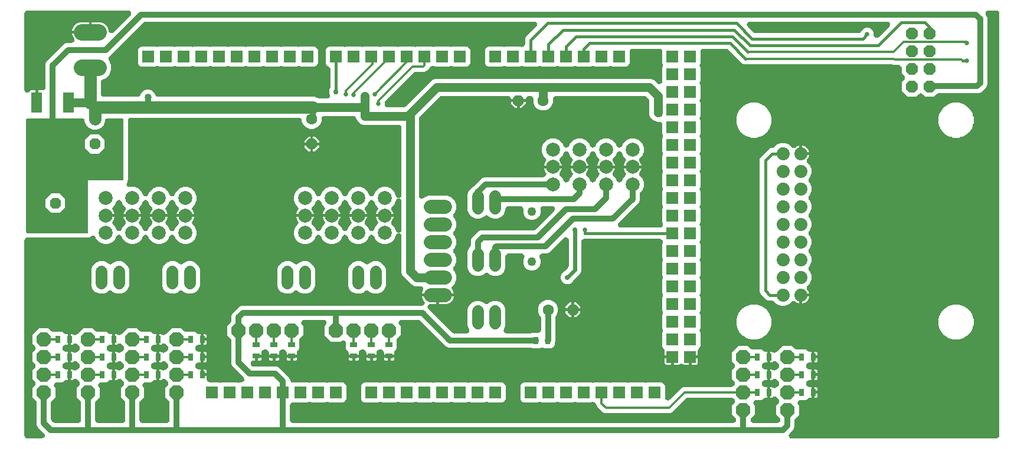
<source format=gbr>
G04 EAGLE Gerber RS-274X export*
G75*
%MOMM*%
%FSLAX34Y34*%
%LPD*%
%INBottom Copper*%
%IPPOS*%
%AMOC8*
5,1,8,0,0,1.08239X$1,22.5*%
G01*
G04 Define Apertures*
%ADD10R,1.700000X1.700000*%
%ADD11C,1.260000*%
%ADD12C,1.727200*%
%ADD13P,1.732040X8X22.500000*%
%ADD14C,1.600200*%
%ADD15C,2.040000*%
%ADD16C,1.878669*%
%ADD17P,1.869504X8X292.500000*%
%ADD18C,2.000000*%
%ADD19P,1.732040X8X292.500000*%
%ADD20P,1.732040X8X202.500000*%
%ADD21P,2.208076X8X202.500000*%
%ADD22R,0.798700X0.973900*%
%ADD23P,2.208076X8X112.500000*%
%ADD24R,0.973900X0.798700*%
%ADD25C,2.374900*%
%ADD26R,5.800000X6.200000*%
%ADD27R,1.600000X3.000000*%
%ADD28P,1.732040X8X112.500000*%
%ADD29C,0.711200*%
%ADD30R,0.812800X0.812800*%
%ADD31C,1.016000*%
%ADD32C,0.812800*%
%ADD33C,1.270000*%
%ADD34C,1.778000*%
%ADD35C,0.756400*%
%ADD36C,0.406400*%
%ADD37C,0.660400*%
%ADD38C,0.304800*%
%ADD39C,0.609600*%
G36*
X30032Y459240D02*
X36576Y459240D01*
X38161Y459562D01*
X39495Y460477D01*
X40367Y461839D01*
X40640Y463304D01*
X40640Y497321D01*
X42187Y501055D01*
X67270Y526138D01*
X71004Y527685D01*
X77944Y527685D01*
X79529Y528007D01*
X80863Y528922D01*
X81735Y530284D01*
X82006Y531879D01*
X81634Y533453D01*
X80818Y534623D01*
X80680Y534760D01*
X78486Y540058D01*
X78486Y540893D01*
X106807Y540893D01*
X106807Y557340D01*
X119517Y557340D01*
X124815Y555145D01*
X128870Y551090D01*
X131064Y545792D01*
X131064Y545769D01*
X131386Y544184D01*
X132301Y542850D01*
X133663Y541978D01*
X135258Y541707D01*
X136832Y542079D01*
X138002Y542895D01*
X162109Y567002D01*
X163002Y568351D01*
X163299Y569941D01*
X162952Y571521D01*
X162016Y572840D01*
X160640Y573690D01*
X159235Y573940D01*
X14224Y573940D01*
X12639Y573618D01*
X11305Y572704D01*
X10433Y571341D01*
X10160Y569876D01*
X10160Y460013D01*
X10482Y458428D01*
X11397Y457093D01*
X12759Y456222D01*
X14354Y455951D01*
X15928Y456323D01*
X17232Y457280D01*
X17655Y457947D01*
X18561Y458853D01*
X19495Y459240D01*
X25968Y459240D01*
X25968Y439668D01*
X30032Y439668D01*
X30032Y459240D01*
G37*
%LPC*%
G36*
X78486Y544957D02*
X78486Y545792D01*
X80680Y551090D01*
X84735Y555145D01*
X90033Y557340D01*
X102743Y557340D01*
X102743Y544957D01*
X78486Y544957D01*
G37*
%LPD*%
G36*
X37095Y-40318D02*
X38429Y-39404D01*
X39301Y-38041D01*
X39572Y-36446D01*
X39200Y-34872D01*
X38384Y-33702D01*
X29487Y-24805D01*
X27940Y-21071D01*
X27940Y10831D01*
X27618Y12416D01*
X26750Y13704D01*
X21804Y18650D01*
X21804Y32150D01*
X24880Y35226D01*
X25774Y36575D01*
X26070Y38165D01*
X25723Y39745D01*
X24880Y40974D01*
X21804Y44050D01*
X21804Y57550D01*
X24880Y60626D01*
X25774Y61975D01*
X26070Y63565D01*
X25723Y65145D01*
X24880Y66374D01*
X21804Y69450D01*
X21804Y82950D01*
X24880Y86026D01*
X25774Y87375D01*
X26070Y88965D01*
X25723Y90545D01*
X24880Y91774D01*
X21804Y94850D01*
X21804Y108350D01*
X31350Y117896D01*
X44850Y117896D01*
X49179Y113567D01*
X50527Y112674D01*
X52117Y112377D01*
X53026Y112566D01*
X63729Y112566D01*
X65970Y111637D01*
X67407Y110200D01*
X68756Y109307D01*
X70281Y109010D01*
X72795Y109010D01*
X72795Y94191D01*
X70281Y94191D01*
X68696Y93869D01*
X67407Y93000D01*
X66181Y91774D01*
X65287Y90425D01*
X64991Y88835D01*
X65338Y87255D01*
X66181Y86026D01*
X67407Y84800D01*
X68756Y83907D01*
X70281Y83610D01*
X72795Y83610D01*
X72795Y68791D01*
X70281Y68791D01*
X68696Y68469D01*
X67407Y67600D01*
X66181Y66374D01*
X65287Y65025D01*
X64991Y63435D01*
X65338Y61855D01*
X66181Y60626D01*
X67407Y59400D01*
X68756Y58507D01*
X70281Y58210D01*
X72795Y58210D01*
X72795Y43391D01*
X70281Y43391D01*
X68696Y43069D01*
X67407Y42200D01*
X65970Y40763D01*
X63729Y39835D01*
X56523Y39835D01*
X54938Y39513D01*
X53604Y38598D01*
X52732Y37236D01*
X52461Y35641D01*
X52833Y34067D01*
X53649Y32897D01*
X54396Y32150D01*
X54396Y18650D01*
X49450Y13704D01*
X48557Y12356D01*
X48260Y10831D01*
X48260Y-13158D01*
X48582Y-14743D01*
X49450Y-16032D01*
X50643Y-17225D01*
X51992Y-18118D01*
X53517Y-18415D01*
X87376Y-18415D01*
X88961Y-18093D01*
X90295Y-17179D01*
X91167Y-15816D01*
X91440Y-14351D01*
X91440Y10831D01*
X91118Y12416D01*
X90250Y13704D01*
X85304Y18650D01*
X85304Y32150D01*
X88380Y35226D01*
X89274Y36575D01*
X89570Y38165D01*
X89223Y39745D01*
X88380Y40974D01*
X85792Y43562D01*
X84443Y44456D01*
X82853Y44752D01*
X81274Y44405D01*
X80508Y43880D01*
X79326Y43391D01*
X76859Y43391D01*
X76859Y58210D01*
X79326Y58210D01*
X80552Y57702D01*
X81393Y57144D01*
X82983Y56848D01*
X84563Y57195D01*
X85792Y58038D01*
X88380Y60626D01*
X89274Y61975D01*
X89570Y63565D01*
X89223Y65145D01*
X88380Y66374D01*
X85792Y68962D01*
X84443Y69856D01*
X82853Y70152D01*
X81274Y69805D01*
X80508Y69280D01*
X79326Y68791D01*
X76859Y68791D01*
X76859Y83610D01*
X79326Y83610D01*
X80552Y83102D01*
X81393Y82544D01*
X82983Y82248D01*
X84563Y82595D01*
X85792Y83438D01*
X88380Y86026D01*
X89274Y87375D01*
X89570Y88965D01*
X89223Y90545D01*
X88380Y91774D01*
X85792Y94362D01*
X84443Y95256D01*
X82853Y95552D01*
X81274Y95205D01*
X80508Y94680D01*
X79326Y94191D01*
X76859Y94191D01*
X76859Y109010D01*
X79326Y109010D01*
X80552Y108502D01*
X81393Y107944D01*
X82983Y107648D01*
X84563Y107995D01*
X85792Y108838D01*
X94850Y117896D01*
X108350Y117896D01*
X112679Y113567D01*
X114027Y112674D01*
X115617Y112377D01*
X116526Y112566D01*
X127229Y112566D01*
X129470Y111637D01*
X130907Y110200D01*
X132256Y109307D01*
X133781Y109010D01*
X136295Y109010D01*
X136295Y94191D01*
X133781Y94191D01*
X132196Y93869D01*
X130907Y93000D01*
X129681Y91774D01*
X128787Y90425D01*
X128491Y88835D01*
X128838Y87255D01*
X129681Y86026D01*
X130907Y84800D01*
X132256Y83907D01*
X133781Y83610D01*
X136295Y83610D01*
X136295Y68791D01*
X133781Y68791D01*
X132196Y68469D01*
X130907Y67600D01*
X129681Y66374D01*
X128787Y65025D01*
X128491Y63435D01*
X128838Y61855D01*
X129681Y60626D01*
X130907Y59400D01*
X132256Y58507D01*
X133781Y58210D01*
X136295Y58210D01*
X136295Y43391D01*
X133781Y43391D01*
X132196Y43069D01*
X130907Y42200D01*
X129470Y40763D01*
X127229Y39835D01*
X120023Y39835D01*
X118438Y39513D01*
X117104Y38598D01*
X116232Y37236D01*
X115961Y35641D01*
X116333Y34067D01*
X117149Y32897D01*
X117896Y32150D01*
X117896Y18650D01*
X112950Y13704D01*
X112057Y12356D01*
X111760Y10831D01*
X111760Y-14351D01*
X112082Y-15936D01*
X112997Y-17270D01*
X114359Y-18142D01*
X115824Y-18415D01*
X150876Y-18415D01*
X152461Y-18093D01*
X153795Y-17179D01*
X154667Y-15816D01*
X154940Y-14351D01*
X154940Y10831D01*
X154618Y12416D01*
X153750Y13704D01*
X148804Y18650D01*
X148804Y32150D01*
X151880Y35226D01*
X152774Y36575D01*
X153070Y38165D01*
X152723Y39745D01*
X151880Y40974D01*
X149292Y43562D01*
X147943Y44456D01*
X146353Y44752D01*
X144774Y44405D01*
X144008Y43880D01*
X142826Y43391D01*
X140359Y43391D01*
X140359Y58210D01*
X142826Y58210D01*
X144052Y57702D01*
X144893Y57144D01*
X146483Y56848D01*
X148063Y57195D01*
X149292Y58038D01*
X151880Y60626D01*
X152774Y61975D01*
X153070Y63565D01*
X152723Y65145D01*
X151880Y66374D01*
X149292Y68962D01*
X147943Y69856D01*
X146353Y70152D01*
X144774Y69805D01*
X144008Y69280D01*
X142826Y68791D01*
X140359Y68791D01*
X140359Y83610D01*
X142826Y83610D01*
X144052Y83102D01*
X144893Y82544D01*
X146483Y82248D01*
X148063Y82595D01*
X149292Y83438D01*
X151880Y86026D01*
X152774Y87375D01*
X153070Y88965D01*
X152723Y90545D01*
X151880Y91774D01*
X149292Y94362D01*
X147943Y95256D01*
X146353Y95552D01*
X144774Y95205D01*
X144008Y94680D01*
X142826Y94191D01*
X140359Y94191D01*
X140359Y109010D01*
X142826Y109010D01*
X144052Y108502D01*
X144893Y107944D01*
X146483Y107648D01*
X148063Y107995D01*
X149292Y108838D01*
X158350Y117896D01*
X171850Y117896D01*
X176179Y113567D01*
X177527Y112674D01*
X179117Y112377D01*
X180026Y112566D01*
X190729Y112566D01*
X192970Y111637D01*
X194407Y110200D01*
X195756Y109307D01*
X197281Y109010D01*
X199795Y109010D01*
X199795Y94191D01*
X197281Y94191D01*
X195696Y93869D01*
X194407Y93000D01*
X193181Y91774D01*
X192287Y90425D01*
X191991Y88835D01*
X192338Y87255D01*
X193181Y86026D01*
X194407Y84800D01*
X195756Y83907D01*
X197281Y83610D01*
X199795Y83610D01*
X199795Y68791D01*
X197281Y68791D01*
X195696Y68469D01*
X194407Y67600D01*
X193181Y66374D01*
X192287Y65025D01*
X191991Y63435D01*
X192338Y61855D01*
X193181Y60626D01*
X194407Y59400D01*
X195756Y58507D01*
X197281Y58210D01*
X199795Y58210D01*
X199795Y43391D01*
X197281Y43391D01*
X195696Y43069D01*
X194407Y42200D01*
X192970Y40763D01*
X190729Y39835D01*
X183523Y39835D01*
X181938Y39513D01*
X180604Y38598D01*
X179732Y37236D01*
X179461Y35641D01*
X179833Y34067D01*
X180649Y32897D01*
X181396Y32150D01*
X181396Y18650D01*
X176450Y13704D01*
X175557Y12356D01*
X175260Y10831D01*
X175260Y-14351D01*
X175582Y-15936D01*
X176497Y-17270D01*
X177859Y-18142D01*
X179324Y-18415D01*
X214376Y-18415D01*
X215961Y-18093D01*
X217295Y-17179D01*
X218167Y-15816D01*
X218440Y-14351D01*
X218440Y10831D01*
X218118Y12416D01*
X217250Y13704D01*
X212304Y18650D01*
X212304Y32150D01*
X215380Y35226D01*
X216274Y36575D01*
X216570Y38165D01*
X216223Y39745D01*
X215380Y40974D01*
X212792Y43562D01*
X211443Y44456D01*
X209853Y44752D01*
X208274Y44405D01*
X207508Y43880D01*
X206326Y43391D01*
X203859Y43391D01*
X203859Y58210D01*
X206326Y58210D01*
X207552Y57702D01*
X208393Y57144D01*
X209983Y56848D01*
X211563Y57195D01*
X212792Y58038D01*
X215380Y60626D01*
X216274Y61975D01*
X216570Y63565D01*
X216223Y65145D01*
X215380Y66374D01*
X212792Y68962D01*
X211443Y69856D01*
X209853Y70152D01*
X208274Y69805D01*
X207508Y69280D01*
X206326Y68791D01*
X203859Y68791D01*
X203859Y83610D01*
X206326Y83610D01*
X207552Y83102D01*
X208393Y82544D01*
X209983Y82248D01*
X211563Y82595D01*
X212792Y83438D01*
X215380Y86026D01*
X216274Y87375D01*
X216570Y88965D01*
X216223Y90545D01*
X215380Y91774D01*
X212792Y94362D01*
X211443Y95256D01*
X209853Y95552D01*
X208274Y95205D01*
X207508Y94680D01*
X206326Y94191D01*
X203859Y94191D01*
X203859Y109010D01*
X206326Y109010D01*
X207552Y108502D01*
X208393Y107944D01*
X209983Y107648D01*
X211563Y107995D01*
X212792Y108838D01*
X221850Y117896D01*
X235350Y117896D01*
X239679Y113567D01*
X241027Y112674D01*
X242617Y112377D01*
X243526Y112566D01*
X254229Y112566D01*
X256470Y111637D01*
X257907Y110200D01*
X259256Y109307D01*
X260781Y109010D01*
X263295Y109010D01*
X263295Y94191D01*
X260781Y94191D01*
X259196Y93869D01*
X257907Y93000D01*
X256681Y91774D01*
X255787Y90425D01*
X255491Y88835D01*
X255838Y87255D01*
X256681Y86026D01*
X257907Y84800D01*
X259256Y83907D01*
X260781Y83610D01*
X263295Y83610D01*
X263295Y68791D01*
X260781Y68791D01*
X259196Y68469D01*
X257907Y67600D01*
X256681Y66374D01*
X255787Y65025D01*
X255491Y63435D01*
X255838Y61855D01*
X256681Y60626D01*
X257907Y59400D01*
X259256Y58507D01*
X260781Y58210D01*
X263295Y58210D01*
X263295Y48768D01*
X271861Y48768D01*
X271861Y45211D01*
X271630Y44028D01*
X271965Y42445D01*
X272890Y41118D01*
X274259Y40258D01*
X275694Y39996D01*
X289113Y39996D01*
X290545Y39403D01*
X292132Y39094D01*
X293655Y39403D01*
X295087Y39996D01*
X314513Y39996D01*
X315945Y39403D01*
X317532Y39094D01*
X319055Y39403D01*
X320487Y39996D01*
X321587Y39996D01*
X323172Y40318D01*
X324506Y41233D01*
X325377Y42595D01*
X325649Y44190D01*
X325276Y45764D01*
X324460Y46934D01*
X308887Y62507D01*
X307340Y66242D01*
X307340Y99731D01*
X307018Y101316D01*
X306150Y102604D01*
X301204Y107550D01*
X301204Y121050D01*
X306150Y125996D01*
X307043Y127344D01*
X307340Y128869D01*
X307340Y135371D01*
X308887Y139105D01*
X318095Y148313D01*
X321829Y149860D01*
X580462Y149860D01*
X582047Y150182D01*
X583381Y151097D01*
X584252Y152459D01*
X584524Y154054D01*
X584151Y155628D01*
X583335Y156798D01*
X582250Y157883D01*
X580310Y162566D01*
X580310Y163068D01*
X601218Y163068D01*
X601218Y152360D01*
X592545Y152360D01*
X590960Y152038D01*
X589626Y151124D01*
X588754Y149761D01*
X588483Y148166D01*
X588855Y146592D01*
X589671Y145422D01*
X623731Y111363D01*
X625079Y110470D01*
X626604Y110173D01*
X644595Y110173D01*
X646180Y110494D01*
X647514Y111409D01*
X648386Y112772D01*
X648657Y114366D01*
X648350Y115792D01*
X645868Y121784D01*
X645868Y144916D01*
X648111Y150331D01*
X652255Y154475D01*
X657670Y156718D01*
X663530Y156718D01*
X668945Y154475D01*
X670226Y153194D01*
X671575Y152301D01*
X673165Y152004D01*
X674745Y152351D01*
X675974Y153194D01*
X677255Y154475D01*
X682670Y156718D01*
X688530Y156718D01*
X693945Y154475D01*
X698089Y150331D01*
X700332Y144916D01*
X700332Y121784D01*
X697850Y115792D01*
X697541Y114204D01*
X697875Y112622D01*
X698801Y111295D01*
X700170Y110434D01*
X701605Y110173D01*
X736364Y110173D01*
X737919Y110482D01*
X739117Y110978D01*
X747101Y110978D01*
X748686Y111300D01*
X750020Y112215D01*
X750892Y113577D01*
X751165Y115042D01*
X751165Y132646D01*
X750843Y134231D01*
X749975Y135519D01*
X749374Y136120D01*
X747228Y141301D01*
X747228Y146909D01*
X749374Y152091D01*
X753340Y156056D01*
X758521Y158202D01*
X764129Y158202D01*
X769311Y156056D01*
X773276Y152091D01*
X775422Y146909D01*
X775422Y141301D01*
X773276Y136120D01*
X772676Y135519D01*
X771782Y134171D01*
X771485Y132646D01*
X771485Y98690D01*
X771026Y97581D01*
X770717Y96025D01*
X770717Y93930D01*
X769788Y91690D01*
X768074Y89975D01*
X765833Y89047D01*
X755421Y89047D01*
X754030Y89623D01*
X752443Y89932D01*
X750920Y89623D01*
X749529Y89047D01*
X739117Y89047D01*
X737919Y89543D01*
X736364Y89853D01*
X618692Y89853D01*
X614957Y91399D01*
X578007Y128350D01*
X576658Y129243D01*
X575133Y129540D01*
X551017Y129540D01*
X549432Y129218D01*
X548098Y128304D01*
X547227Y126941D01*
X546955Y125346D01*
X547328Y123772D01*
X548144Y122602D01*
X549696Y121050D01*
X549696Y107550D01*
X545367Y103221D01*
X544474Y101873D01*
X544177Y100283D01*
X544366Y99374D01*
X544366Y88671D01*
X543437Y86430D01*
X542000Y84993D01*
X541107Y83644D01*
X540810Y82119D01*
X540810Y79605D01*
X525991Y79605D01*
X525991Y82119D01*
X525669Y83704D01*
X524800Y84993D01*
X523574Y86219D01*
X522225Y87113D01*
X520635Y87409D01*
X519055Y87062D01*
X517826Y86219D01*
X516600Y84993D01*
X515707Y83644D01*
X515410Y82119D01*
X515410Y79605D01*
X500591Y79605D01*
X500591Y82119D01*
X500269Y83704D01*
X499400Y84993D01*
X498174Y86219D01*
X496825Y87113D01*
X495235Y87409D01*
X493655Y87062D01*
X492426Y86219D01*
X491200Y84993D01*
X490307Y83644D01*
X490010Y82119D01*
X490010Y79605D01*
X475191Y79605D01*
X475191Y82119D01*
X474869Y83704D01*
X474000Y84993D01*
X472563Y86430D01*
X471635Y88671D01*
X471635Y95877D01*
X471313Y97462D01*
X470398Y98796D01*
X469036Y99668D01*
X467441Y99939D01*
X465867Y99567D01*
X464697Y98751D01*
X463950Y98004D01*
X450450Y98004D01*
X440904Y107550D01*
X440904Y121050D01*
X442456Y122602D01*
X443350Y123951D01*
X443646Y125541D01*
X443299Y127121D01*
X442363Y128440D01*
X440987Y129290D01*
X439583Y129540D01*
X411317Y129540D01*
X409732Y129218D01*
X408398Y128304D01*
X407527Y126941D01*
X407255Y125346D01*
X407628Y123772D01*
X408444Y122602D01*
X409996Y121050D01*
X409996Y107550D01*
X405667Y103221D01*
X404774Y101873D01*
X404477Y100283D01*
X404666Y99374D01*
X404666Y88671D01*
X403737Y86430D01*
X402300Y84993D01*
X401407Y83644D01*
X401110Y82119D01*
X401110Y79605D01*
X386291Y79605D01*
X386291Y82119D01*
X385969Y83704D01*
X385100Y84993D01*
X383874Y86219D01*
X382525Y87113D01*
X380935Y87409D01*
X379355Y87062D01*
X378126Y86219D01*
X376900Y84993D01*
X376007Y83644D01*
X375710Y82119D01*
X375710Y79605D01*
X360891Y79605D01*
X360891Y82119D01*
X360569Y83704D01*
X359700Y84993D01*
X358474Y86219D01*
X357125Y87113D01*
X355535Y87409D01*
X353955Y87062D01*
X352726Y86219D01*
X351500Y84993D01*
X350607Y83644D01*
X350310Y82119D01*
X350310Y79605D01*
X340868Y79605D01*
X340868Y71040D01*
X338903Y71040D01*
X337318Y70718D01*
X335984Y69803D01*
X335112Y68441D01*
X334841Y66846D01*
X335213Y65272D01*
X336029Y64102D01*
X336393Y63738D01*
X337742Y62845D01*
X339267Y62548D01*
X371908Y62548D01*
X375643Y61001D01*
X389613Y47030D01*
X391356Y42822D01*
X391482Y42204D01*
X392397Y40870D01*
X393759Y39998D01*
X395354Y39727D01*
X396603Y39996D01*
X416113Y39996D01*
X417545Y39403D01*
X419132Y39094D01*
X420655Y39403D01*
X422087Y39996D01*
X441513Y39996D01*
X442945Y39403D01*
X444532Y39094D01*
X446055Y39403D01*
X447487Y39996D01*
X466913Y39996D01*
X469153Y39068D01*
X470868Y37353D01*
X471796Y35113D01*
X471796Y15687D01*
X470868Y13447D01*
X469153Y11732D01*
X466913Y10804D01*
X447487Y10804D01*
X446055Y11397D01*
X444468Y11706D01*
X442945Y11397D01*
X441513Y10804D01*
X422087Y10804D01*
X420655Y11397D01*
X419068Y11706D01*
X417545Y11397D01*
X416113Y10804D01*
X396584Y10804D01*
X395192Y11075D01*
X393609Y10741D01*
X392282Y9816D01*
X391422Y8446D01*
X391160Y7011D01*
X391160Y-14351D01*
X391482Y-15936D01*
X392397Y-17270D01*
X393759Y-18142D01*
X395224Y-18415D01*
X1026958Y-18415D01*
X1028543Y-18093D01*
X1029877Y-17179D01*
X1030748Y-15816D01*
X1031020Y-14221D01*
X1030647Y-12647D01*
X1029831Y-11477D01*
X1025104Y-6750D01*
X1025104Y6750D01*
X1028180Y9826D01*
X1029074Y11175D01*
X1029370Y12765D01*
X1029023Y14345D01*
X1028180Y15574D01*
X1027164Y16590D01*
X1025816Y17483D01*
X1024291Y17780D01*
X962102Y17780D01*
X960517Y17458D01*
X959229Y16590D01*
X939354Y-3285D01*
X936553Y-4445D01*
X843034Y-4445D01*
X840234Y-3285D01*
X831740Y5209D01*
X830271Y8756D01*
X830269Y8755D01*
X830258Y8807D01*
X829344Y10141D01*
X828071Y10976D01*
X827055Y11397D01*
X825468Y11706D01*
X823945Y11397D01*
X822513Y10804D01*
X803087Y10804D01*
X801655Y11397D01*
X800068Y11706D01*
X798545Y11397D01*
X797113Y10804D01*
X777687Y10804D01*
X776255Y11397D01*
X774668Y11706D01*
X773145Y11397D01*
X771713Y10804D01*
X752287Y10804D01*
X750855Y11397D01*
X749268Y11706D01*
X747745Y11397D01*
X746313Y10804D01*
X726887Y10804D01*
X724647Y11732D01*
X722932Y13447D01*
X722004Y15687D01*
X722004Y35113D01*
X722932Y37353D01*
X724647Y39068D01*
X726887Y39996D01*
X746313Y39996D01*
X747745Y39403D01*
X749332Y39094D01*
X750855Y39403D01*
X752287Y39996D01*
X771713Y39996D01*
X773145Y39403D01*
X774732Y39094D01*
X776255Y39403D01*
X777687Y39996D01*
X797113Y39996D01*
X798545Y39403D01*
X800132Y39094D01*
X801655Y39403D01*
X803087Y39996D01*
X822513Y39996D01*
X823945Y39403D01*
X825532Y39094D01*
X827055Y39403D01*
X828487Y39996D01*
X847913Y39996D01*
X849345Y39403D01*
X850932Y39094D01*
X852455Y39403D01*
X853887Y39996D01*
X873313Y39996D01*
X874745Y39403D01*
X876332Y39094D01*
X877855Y39403D01*
X879287Y39996D01*
X898713Y39996D01*
X900145Y39403D01*
X901732Y39094D01*
X903255Y39403D01*
X904687Y39996D01*
X924113Y39996D01*
X926353Y39068D01*
X928068Y37353D01*
X928996Y35113D01*
X928996Y17721D01*
X929318Y16136D01*
X930233Y14802D01*
X931595Y13930D01*
X933190Y13659D01*
X934764Y14032D01*
X935934Y14848D01*
X952946Y31860D01*
X955747Y33020D01*
X1024291Y33020D01*
X1025876Y33342D01*
X1027164Y34210D01*
X1028180Y35226D01*
X1029074Y36575D01*
X1029370Y38165D01*
X1029023Y39745D01*
X1028180Y40974D01*
X1025104Y44050D01*
X1025104Y57550D01*
X1028180Y60626D01*
X1029074Y61975D01*
X1029370Y63565D01*
X1029023Y65145D01*
X1028180Y66374D01*
X1025104Y69450D01*
X1025104Y82950D01*
X1034650Y92496D01*
X1048150Y92496D01*
X1052479Y88167D01*
X1053827Y87274D01*
X1055417Y86977D01*
X1056326Y87166D01*
X1067029Y87166D01*
X1069270Y86237D01*
X1070707Y84800D01*
X1072056Y83907D01*
X1073581Y83610D01*
X1076095Y83610D01*
X1076095Y68791D01*
X1073581Y68791D01*
X1071996Y68469D01*
X1070707Y67600D01*
X1069481Y66374D01*
X1068587Y65025D01*
X1068291Y63435D01*
X1068638Y61855D01*
X1069481Y60626D01*
X1070707Y59400D01*
X1072056Y58507D01*
X1073581Y58210D01*
X1076095Y58210D01*
X1076095Y43391D01*
X1073581Y43391D01*
X1071996Y43069D01*
X1070707Y42200D01*
X1069481Y40974D01*
X1068587Y39625D01*
X1068291Y38035D01*
X1068638Y36455D01*
X1069481Y35226D01*
X1070707Y34000D01*
X1072056Y33107D01*
X1073581Y32810D01*
X1076095Y32810D01*
X1076095Y17991D01*
X1073581Y17991D01*
X1071996Y17669D01*
X1070707Y16800D01*
X1069270Y15363D01*
X1067029Y14435D01*
X1059823Y14435D01*
X1058238Y14113D01*
X1056904Y13198D01*
X1056032Y11836D01*
X1055761Y10241D01*
X1056133Y8667D01*
X1056949Y7497D01*
X1057696Y6750D01*
X1057696Y-6750D01*
X1052969Y-11477D01*
X1052075Y-12826D01*
X1051779Y-14416D01*
X1052126Y-15996D01*
X1053062Y-17315D01*
X1054438Y-18165D01*
X1055842Y-18415D01*
X1090458Y-18415D01*
X1092043Y-18093D01*
X1093377Y-17179D01*
X1094248Y-15816D01*
X1094520Y-14221D01*
X1094147Y-12647D01*
X1093331Y-11477D01*
X1088604Y-6750D01*
X1088604Y6750D01*
X1091680Y9826D01*
X1092574Y11175D01*
X1092870Y12765D01*
X1092523Y14345D01*
X1091680Y15574D01*
X1089092Y18162D01*
X1087743Y19056D01*
X1086153Y19352D01*
X1084574Y19005D01*
X1083808Y18480D01*
X1082626Y17991D01*
X1080159Y17991D01*
X1080159Y32810D01*
X1082626Y32810D01*
X1083852Y32302D01*
X1084693Y31744D01*
X1086283Y31448D01*
X1087863Y31795D01*
X1089092Y32638D01*
X1091680Y35226D01*
X1092574Y36575D01*
X1092870Y38165D01*
X1092523Y39745D01*
X1091680Y40974D01*
X1089092Y43562D01*
X1087743Y44456D01*
X1086153Y44752D01*
X1084574Y44405D01*
X1083808Y43880D01*
X1082626Y43391D01*
X1080159Y43391D01*
X1080159Y58210D01*
X1082626Y58210D01*
X1083852Y57702D01*
X1084693Y57144D01*
X1086283Y56848D01*
X1087863Y57195D01*
X1089092Y58038D01*
X1091680Y60626D01*
X1092574Y61975D01*
X1092870Y63565D01*
X1092523Y65145D01*
X1091680Y66374D01*
X1089092Y68962D01*
X1087743Y69856D01*
X1086153Y70152D01*
X1084574Y69805D01*
X1083808Y69280D01*
X1082626Y68791D01*
X1080159Y68791D01*
X1080159Y83610D01*
X1082626Y83610D01*
X1083852Y83102D01*
X1084693Y82544D01*
X1086283Y82248D01*
X1087863Y82595D01*
X1089092Y83438D01*
X1098150Y92496D01*
X1111650Y92496D01*
X1115979Y88167D01*
X1117327Y87274D01*
X1118917Y86977D01*
X1119826Y87166D01*
X1130529Y87166D01*
X1132770Y86237D01*
X1134207Y84800D01*
X1135556Y83907D01*
X1137081Y83610D01*
X1139595Y83610D01*
X1139595Y68791D01*
X1137081Y68791D01*
X1135496Y68469D01*
X1134207Y67600D01*
X1132981Y66374D01*
X1132087Y65025D01*
X1131791Y63435D01*
X1132138Y61855D01*
X1132981Y60626D01*
X1134207Y59400D01*
X1135556Y58507D01*
X1137081Y58210D01*
X1139595Y58210D01*
X1139595Y43391D01*
X1137081Y43391D01*
X1135496Y43069D01*
X1134207Y42200D01*
X1132981Y40974D01*
X1132087Y39625D01*
X1131791Y38035D01*
X1132138Y36455D01*
X1132981Y35226D01*
X1134207Y34000D01*
X1135556Y33107D01*
X1137081Y32810D01*
X1139595Y32810D01*
X1139595Y17991D01*
X1137081Y17991D01*
X1135496Y17669D01*
X1134207Y16800D01*
X1132770Y15363D01*
X1130529Y14435D01*
X1123323Y14435D01*
X1121738Y14113D01*
X1120404Y13198D01*
X1119532Y11836D01*
X1119261Y10241D01*
X1119633Y8667D01*
X1120449Y7497D01*
X1121196Y6750D01*
X1121196Y-6750D01*
X1116250Y-11696D01*
X1115357Y-13044D01*
X1115060Y-14569D01*
X1115060Y-24246D01*
X1113513Y-27980D01*
X1107791Y-33702D01*
X1106898Y-35051D01*
X1106601Y-36641D01*
X1106948Y-38221D01*
X1107884Y-39540D01*
X1109260Y-40390D01*
X1110665Y-40640D01*
X1404876Y-40640D01*
X1406461Y-40318D01*
X1407795Y-39404D01*
X1408667Y-38041D01*
X1408940Y-36576D01*
X1408940Y569876D01*
X1408618Y571461D01*
X1407704Y572795D01*
X1406341Y573667D01*
X1404876Y573940D01*
X1393248Y573940D01*
X1391663Y573618D01*
X1390329Y572704D01*
X1389458Y571341D01*
X1389186Y569746D01*
X1389494Y568321D01*
X1391285Y563996D01*
X1391285Y467879D01*
X1389738Y464145D01*
X1382118Y456524D01*
X1378383Y454978D01*
X1321410Y454978D01*
X1319825Y454656D01*
X1318536Y453787D01*
X1314837Y450088D01*
X1302633Y450088D01*
X1298909Y453812D01*
X1297560Y454705D01*
X1295970Y455002D01*
X1294390Y454655D01*
X1293161Y453812D01*
X1289437Y450088D01*
X1277233Y450088D01*
X1268603Y458718D01*
X1268603Y470922D01*
X1272327Y474646D01*
X1273220Y475995D01*
X1273517Y477585D01*
X1273170Y479165D01*
X1272327Y480394D01*
X1268603Y484118D01*
X1268603Y491554D01*
X1268281Y493139D01*
X1267367Y494473D01*
X1266004Y495344D01*
X1264539Y495618D01*
X1257372Y495618D01*
X1254286Y496896D01*
X1252731Y497205D01*
X1048227Y497205D01*
X1046671Y496896D01*
X1046192Y496697D01*
X1042958Y496697D01*
X1039971Y497934D01*
X1020174Y517732D01*
X1018825Y518625D01*
X1017300Y518922D01*
X983860Y518922D01*
X982275Y518600D01*
X980941Y517686D01*
X980069Y516323D01*
X979796Y514858D01*
X979796Y498287D01*
X979203Y496855D01*
X978894Y495268D01*
X979203Y493745D01*
X979796Y492313D01*
X979796Y472887D01*
X979203Y471455D01*
X978894Y469868D01*
X979203Y468345D01*
X979796Y466913D01*
X979796Y447487D01*
X979203Y446055D01*
X978894Y444468D01*
X979203Y442945D01*
X979796Y441513D01*
X979796Y422087D01*
X979203Y420655D01*
X978894Y419068D01*
X979203Y417545D01*
X979796Y416113D01*
X979796Y396687D01*
X979203Y395255D01*
X978894Y393668D01*
X979203Y392145D01*
X979796Y390713D01*
X979796Y371287D01*
X979203Y369855D01*
X978894Y368268D01*
X979203Y366745D01*
X979796Y365313D01*
X979796Y345887D01*
X979203Y344455D01*
X978894Y342868D01*
X979203Y341345D01*
X979796Y339913D01*
X979796Y320487D01*
X979203Y319055D01*
X978894Y317468D01*
X979203Y315945D01*
X979796Y314513D01*
X979796Y295087D01*
X979203Y293655D01*
X978894Y292068D01*
X979203Y290545D01*
X979796Y289113D01*
X979796Y269687D01*
X979203Y268255D01*
X978894Y266668D01*
X979203Y265145D01*
X979796Y263713D01*
X979796Y244287D01*
X979203Y242855D01*
X978894Y241268D01*
X979203Y239745D01*
X979796Y238313D01*
X979796Y218887D01*
X979203Y217455D01*
X978894Y215868D01*
X979203Y214345D01*
X979796Y212913D01*
X979796Y193487D01*
X979203Y192055D01*
X978894Y190468D01*
X979203Y188945D01*
X979796Y187513D01*
X979796Y168087D01*
X979203Y166655D01*
X978894Y165068D01*
X979203Y163545D01*
X979796Y162113D01*
X979796Y142687D01*
X979203Y141255D01*
X978894Y139668D01*
X979203Y138145D01*
X979796Y136713D01*
X979796Y117287D01*
X979203Y115855D01*
X978894Y114268D01*
X979203Y112745D01*
X979796Y111313D01*
X979796Y91887D01*
X978868Y89647D01*
X977430Y88209D01*
X976537Y86861D01*
X976240Y85336D01*
X976240Y78232D01*
X963168Y78232D01*
X963168Y65160D01*
X956195Y65160D01*
X955108Y65610D01*
X954025Y66327D01*
X952435Y66624D01*
X950855Y66277D01*
X949869Y65601D01*
X948805Y65160D01*
X941832Y65160D01*
X941832Y78232D01*
X928760Y78232D01*
X928760Y85336D01*
X928438Y86921D01*
X927570Y88209D01*
X926132Y89647D01*
X925204Y91887D01*
X925204Y111313D01*
X925797Y112745D01*
X926106Y114332D01*
X925797Y115855D01*
X925204Y117287D01*
X925204Y136713D01*
X925797Y138145D01*
X926106Y139732D01*
X925797Y141255D01*
X925204Y142687D01*
X925204Y162113D01*
X925797Y163545D01*
X926106Y165132D01*
X925797Y166655D01*
X925204Y168087D01*
X925204Y187513D01*
X925797Y188945D01*
X926106Y190532D01*
X925797Y192055D01*
X925204Y193487D01*
X925204Y212913D01*
X925797Y214345D01*
X926106Y215932D01*
X925797Y217455D01*
X925204Y218887D01*
X925204Y238313D01*
X925797Y239745D01*
X926106Y241332D01*
X925797Y242855D01*
X925587Y243363D01*
X924683Y244704D01*
X923327Y245587D01*
X921832Y245872D01*
X813308Y245872D01*
X811723Y245550D01*
X810389Y244636D01*
X809517Y243273D01*
X809244Y241808D01*
X809244Y199794D01*
X807852Y196433D01*
X798250Y186831D01*
X797369Y185512D01*
X797170Y185033D01*
X794455Y182317D01*
X790907Y180848D01*
X787068Y180848D01*
X783520Y182317D01*
X780805Y185033D01*
X779336Y188580D01*
X779336Y192420D01*
X780805Y195967D01*
X783520Y198683D01*
X784000Y198881D01*
X785318Y199762D01*
X789766Y204210D01*
X790659Y205558D01*
X790956Y207083D01*
X790956Y244489D01*
X790634Y246074D01*
X789720Y247408D01*
X788357Y248279D01*
X786762Y248551D01*
X785188Y248178D01*
X784018Y247362D01*
X762993Y226337D01*
X759258Y224790D01*
X752819Y224790D01*
X751234Y224468D01*
X749900Y223554D01*
X749028Y222191D01*
X748757Y220596D01*
X749064Y219171D01*
X750584Y215503D01*
X750584Y210572D01*
X748696Y206016D01*
X745209Y202529D01*
X740653Y200642D01*
X735722Y200642D01*
X731166Y202529D01*
X727679Y206016D01*
X725792Y210572D01*
X725792Y215503D01*
X727311Y219171D01*
X727620Y220758D01*
X727285Y222341D01*
X726360Y223668D01*
X724991Y224528D01*
X723556Y224790D01*
X704396Y224790D01*
X702811Y224468D01*
X701477Y223554D01*
X700605Y222191D01*
X700332Y220726D01*
X700332Y204334D01*
X698089Y198919D01*
X693945Y194775D01*
X688530Y192532D01*
X682670Y192532D01*
X677255Y194775D01*
X675974Y196056D01*
X674625Y196949D01*
X673035Y197246D01*
X671455Y196899D01*
X670226Y196056D01*
X668945Y194775D01*
X663530Y192532D01*
X657670Y192532D01*
X652255Y194775D01*
X648111Y198919D01*
X645868Y204334D01*
X645868Y227466D01*
X648111Y232881D01*
X649250Y234020D01*
X650143Y235368D01*
X650440Y236894D01*
X650440Y243521D01*
X651987Y247255D01*
X660995Y256263D01*
X664729Y257810D01*
X740233Y257810D01*
X741818Y258132D01*
X743107Y259000D01*
X770221Y286115D01*
X771115Y287463D01*
X771411Y289053D01*
X771064Y290633D01*
X770128Y291952D01*
X768752Y292802D01*
X767348Y293053D01*
X754533Y293053D01*
X752948Y292731D01*
X751614Y291816D01*
X750742Y290454D01*
X750471Y288859D01*
X750584Y288336D01*
X750584Y282972D01*
X748696Y278416D01*
X745209Y274929D01*
X740653Y273042D01*
X735722Y273042D01*
X731166Y274929D01*
X727679Y278416D01*
X725792Y282972D01*
X725792Y288433D01*
X725906Y289021D01*
X725572Y290604D01*
X724646Y291930D01*
X723277Y292791D01*
X721842Y293053D01*
X704396Y293053D01*
X702811Y292731D01*
X701477Y291816D01*
X700605Y290454D01*
X700332Y288989D01*
X700332Y286884D01*
X698089Y281469D01*
X693945Y277325D01*
X688530Y275082D01*
X682670Y275082D01*
X677255Y277325D01*
X675974Y278606D01*
X674625Y279499D01*
X673035Y279796D01*
X671455Y279449D01*
X670226Y278606D01*
X668945Y277325D01*
X663530Y275082D01*
X657670Y275082D01*
X652255Y277325D01*
X648111Y281469D01*
X645868Y286884D01*
X645868Y310016D01*
X648111Y315431D01*
X652255Y319575D01*
X652557Y319700D01*
X653875Y320581D01*
X666157Y332863D01*
X669892Y334410D01*
X754063Y334410D01*
X755649Y334732D01*
X756937Y335600D01*
X757728Y336391D01*
X758621Y337739D01*
X758917Y339329D01*
X758570Y340909D01*
X757728Y342138D01*
X757719Y342147D01*
X755810Y346756D01*
X755810Y347218D01*
X780890Y347218D01*
X780890Y346756D01*
X778981Y342147D01*
X778972Y342138D01*
X778079Y340790D01*
X777783Y339200D01*
X778130Y337620D01*
X778972Y336391D01*
X781996Y333368D01*
X783645Y329385D01*
X784549Y328043D01*
X785905Y327161D01*
X787497Y326877D01*
X789074Y327237D01*
X790386Y328183D01*
X791155Y329385D01*
X792804Y333368D01*
X795828Y336391D01*
X796721Y337739D01*
X797017Y339329D01*
X796670Y340909D01*
X795828Y342138D01*
X795819Y342147D01*
X793910Y346756D01*
X793910Y347218D01*
X818990Y347218D01*
X818990Y346756D01*
X817081Y342147D01*
X817072Y342138D01*
X816179Y340790D01*
X815883Y339200D01*
X816230Y337620D01*
X817072Y336391D01*
X820096Y333368D01*
X821745Y329385D01*
X822649Y328043D01*
X824005Y327161D01*
X825597Y326877D01*
X827174Y327237D01*
X828486Y328183D01*
X829255Y329385D01*
X830904Y333368D01*
X833928Y336391D01*
X834821Y337739D01*
X835117Y339329D01*
X834770Y340909D01*
X833928Y342138D01*
X833919Y342147D01*
X832010Y346756D01*
X832010Y347218D01*
X857090Y347218D01*
X857090Y346756D01*
X855181Y342147D01*
X855172Y342138D01*
X854279Y340790D01*
X853983Y339200D01*
X854330Y337620D01*
X855172Y336391D01*
X858196Y333368D01*
X859845Y329385D01*
X860749Y328043D01*
X862105Y327161D01*
X863697Y326877D01*
X865274Y327237D01*
X866586Y328183D01*
X867355Y329385D01*
X869004Y333368D01*
X872028Y336391D01*
X872921Y337739D01*
X873217Y339329D01*
X872870Y340909D01*
X872028Y342138D01*
X872019Y342147D01*
X870110Y346756D01*
X870110Y347218D01*
X895190Y347218D01*
X895190Y346756D01*
X893281Y342147D01*
X893272Y342138D01*
X892379Y340790D01*
X892083Y339200D01*
X892430Y337620D01*
X893272Y336391D01*
X896296Y333368D01*
X898746Y327452D01*
X898746Y321048D01*
X896296Y315132D01*
X894000Y312837D01*
X893107Y311489D01*
X892810Y309963D01*
X892810Y301192D01*
X891263Y297457D01*
X862872Y269066D01*
X861978Y267717D01*
X861682Y266127D01*
X862029Y264547D01*
X862965Y263228D01*
X864341Y262378D01*
X865745Y262128D01*
X921832Y262128D01*
X923417Y262450D01*
X924751Y263365D01*
X925587Y264637D01*
X925797Y265145D01*
X926106Y266733D01*
X925797Y268255D01*
X925204Y269687D01*
X925204Y289113D01*
X925797Y290545D01*
X926106Y292132D01*
X925797Y293655D01*
X925204Y295087D01*
X925204Y314513D01*
X925797Y315945D01*
X926106Y317532D01*
X925797Y319055D01*
X925204Y320487D01*
X925204Y339913D01*
X925797Y341345D01*
X926106Y342932D01*
X925797Y344455D01*
X925204Y345887D01*
X925204Y365313D01*
X925797Y366745D01*
X926106Y368332D01*
X925797Y369855D01*
X925204Y371287D01*
X925204Y390713D01*
X925797Y392145D01*
X926106Y393732D01*
X925797Y395255D01*
X925204Y396687D01*
X925204Y410210D01*
X924882Y411795D01*
X923968Y413129D01*
X922605Y414001D01*
X921140Y414274D01*
X918527Y414274D01*
X918507Y414282D01*
X916952Y414592D01*
X916687Y414592D01*
X912112Y416486D01*
X908611Y419987D01*
X906717Y424562D01*
X906717Y444011D01*
X906395Y445596D01*
X905526Y446885D01*
X902498Y449914D01*
X901149Y450807D01*
X899624Y451104D01*
X772541Y451104D01*
X770956Y450782D01*
X769622Y449868D01*
X768750Y448505D01*
X768477Y447040D01*
X768477Y441696D01*
X766331Y436515D01*
X762365Y432549D01*
X757184Y430403D01*
X751576Y430403D01*
X746395Y432549D01*
X742429Y436515D01*
X740283Y441696D01*
X740283Y447040D01*
X739961Y448625D01*
X739047Y449959D01*
X737684Y450831D01*
X736219Y451104D01*
X733425Y451104D01*
X731840Y450782D01*
X730506Y449868D01*
X729634Y448505D01*
X729361Y447040D01*
X729361Y446532D01*
X708279Y446532D01*
X708279Y447040D01*
X707957Y448625D01*
X707043Y449959D01*
X705680Y450831D01*
X704215Y451104D01*
X608501Y451104D01*
X606916Y450782D01*
X605627Y449914D01*
X577199Y421485D01*
X576306Y420137D01*
X576009Y418611D01*
X576009Y307916D01*
X576330Y306331D01*
X577245Y304997D01*
X578608Y304125D01*
X580202Y303854D01*
X581776Y304226D01*
X582946Y305042D01*
X583819Y305915D01*
X589809Y308396D01*
X616691Y308396D01*
X622681Y305915D01*
X627265Y301331D01*
X629746Y295341D01*
X629746Y288859D01*
X627265Y282869D01*
X626670Y282274D01*
X625776Y280925D01*
X625480Y279335D01*
X625827Y277755D01*
X626670Y276526D01*
X627265Y275931D01*
X629746Y269941D01*
X629746Y263459D01*
X627265Y257469D01*
X626670Y256874D01*
X625776Y255525D01*
X625480Y253935D01*
X625827Y252355D01*
X626670Y251126D01*
X627265Y250531D01*
X629746Y244541D01*
X629746Y238059D01*
X627265Y232069D01*
X626670Y231474D01*
X625776Y230125D01*
X625480Y228535D01*
X625827Y226955D01*
X626670Y225726D01*
X627265Y225131D01*
X629746Y219141D01*
X629746Y212659D01*
X627265Y206669D01*
X626670Y206074D01*
X625776Y204725D01*
X625480Y203135D01*
X625827Y201555D01*
X626670Y200326D01*
X627265Y199731D01*
X629746Y193741D01*
X629746Y187259D01*
X627265Y181269D01*
X624155Y178159D01*
X623262Y176811D01*
X622965Y175221D01*
X623313Y173641D01*
X624155Y172412D01*
X624250Y172317D01*
X626190Y167634D01*
X626190Y167132D01*
X580310Y167132D01*
X580310Y167634D01*
X582299Y172435D01*
X582608Y174022D01*
X582273Y175605D01*
X581348Y176932D01*
X579979Y177792D01*
X578544Y178054D01*
X570612Y178054D01*
X566037Y179949D01*
X553011Y192975D01*
X551117Y197549D01*
X551117Y250010D01*
X550795Y251595D01*
X549880Y252929D01*
X548518Y253800D01*
X546923Y254072D01*
X545349Y253699D01*
X544045Y252743D01*
X543298Y251565D01*
X540696Y245282D01*
X536168Y240754D01*
X530252Y238304D01*
X523848Y238304D01*
X517932Y240754D01*
X513404Y245282D01*
X511755Y249265D01*
X510851Y250607D01*
X509495Y251489D01*
X507903Y251773D01*
X506326Y251413D01*
X505014Y250467D01*
X504245Y249265D01*
X502596Y245282D01*
X498068Y240754D01*
X492152Y238304D01*
X485748Y238304D01*
X479832Y240754D01*
X475304Y245282D01*
X473655Y249265D01*
X472751Y250607D01*
X471395Y251489D01*
X469803Y251773D01*
X468226Y251413D01*
X466914Y250467D01*
X466145Y249265D01*
X464496Y245282D01*
X459968Y240754D01*
X454052Y238304D01*
X447648Y238304D01*
X441732Y240754D01*
X437204Y245282D01*
X435555Y249265D01*
X434651Y250607D01*
X433295Y251489D01*
X431703Y251773D01*
X430126Y251413D01*
X428814Y250467D01*
X428045Y249265D01*
X426396Y245282D01*
X421868Y240754D01*
X415952Y238304D01*
X409548Y238304D01*
X403632Y240754D01*
X399104Y245282D01*
X396654Y251198D01*
X396654Y257602D01*
X399104Y263518D01*
X402128Y266541D01*
X403021Y267889D01*
X403317Y269479D01*
X402970Y271059D01*
X402128Y272288D01*
X402119Y272297D01*
X400210Y276906D01*
X400210Y277368D01*
X425290Y277368D01*
X425290Y276906D01*
X423381Y272297D01*
X423372Y272288D01*
X422479Y270940D01*
X422183Y269350D01*
X422530Y267770D01*
X423372Y266541D01*
X426396Y263518D01*
X428045Y259535D01*
X428949Y258193D01*
X430305Y257311D01*
X431897Y257027D01*
X433474Y257387D01*
X434786Y258333D01*
X435555Y259535D01*
X437204Y263518D01*
X440228Y266541D01*
X441121Y267889D01*
X441417Y269479D01*
X441070Y271059D01*
X440228Y272288D01*
X440219Y272297D01*
X438310Y276906D01*
X438310Y277368D01*
X463390Y277368D01*
X463390Y276906D01*
X461481Y272297D01*
X461472Y272288D01*
X460579Y270940D01*
X460283Y269350D01*
X460630Y267770D01*
X461472Y266541D01*
X464496Y263518D01*
X466145Y259535D01*
X467049Y258193D01*
X468405Y257311D01*
X469997Y257027D01*
X471574Y257387D01*
X472886Y258333D01*
X473655Y259535D01*
X475304Y263518D01*
X478328Y266541D01*
X479221Y267889D01*
X479517Y269479D01*
X479170Y271059D01*
X478328Y272288D01*
X478319Y272297D01*
X476410Y276906D01*
X476410Y277368D01*
X501490Y277368D01*
X501490Y276906D01*
X499581Y272297D01*
X499572Y272288D01*
X498679Y270940D01*
X498383Y269350D01*
X498730Y267770D01*
X499572Y266541D01*
X502596Y263518D01*
X504245Y259535D01*
X505149Y258193D01*
X506505Y257311D01*
X508097Y257027D01*
X509674Y257387D01*
X510986Y258333D01*
X511755Y259535D01*
X513404Y263518D01*
X516428Y266541D01*
X517321Y267889D01*
X517617Y269479D01*
X517270Y271059D01*
X516428Y272288D01*
X516419Y272297D01*
X514510Y276906D01*
X514510Y277368D01*
X539590Y277368D01*
X539590Y276906D01*
X537681Y272297D01*
X537672Y272288D01*
X536779Y270940D01*
X536483Y269350D01*
X536830Y267770D01*
X537672Y266541D01*
X540696Y263518D01*
X543298Y257235D01*
X544202Y255894D01*
X545557Y255011D01*
X547150Y254727D01*
X548727Y255087D01*
X550038Y256033D01*
X550877Y257416D01*
X551117Y258790D01*
X551117Y300010D01*
X550795Y301595D01*
X549880Y302929D01*
X548518Y303800D01*
X546923Y304072D01*
X545349Y303699D01*
X544045Y302743D01*
X543298Y301565D01*
X540696Y295282D01*
X537672Y292259D01*
X536779Y290911D01*
X536483Y289321D01*
X536830Y287741D01*
X537672Y286512D01*
X537681Y286503D01*
X539590Y281894D01*
X539590Y281432D01*
X514510Y281432D01*
X514510Y281894D01*
X516419Y286503D01*
X516428Y286512D01*
X517321Y287860D01*
X517617Y289450D01*
X517270Y291030D01*
X516428Y292259D01*
X513404Y295282D01*
X511755Y299265D01*
X510851Y300607D01*
X509495Y301489D01*
X507903Y301773D01*
X506326Y301413D01*
X505014Y300467D01*
X504245Y299265D01*
X502596Y295282D01*
X499572Y292259D01*
X498679Y290911D01*
X498383Y289321D01*
X498730Y287741D01*
X499572Y286512D01*
X499581Y286503D01*
X501490Y281894D01*
X501490Y281432D01*
X476410Y281432D01*
X476410Y281894D01*
X478319Y286503D01*
X478328Y286512D01*
X479221Y287860D01*
X479517Y289450D01*
X479170Y291030D01*
X478328Y292259D01*
X475304Y295282D01*
X473655Y299265D01*
X472751Y300607D01*
X471395Y301489D01*
X469803Y301773D01*
X468226Y301413D01*
X466914Y300467D01*
X466145Y299265D01*
X464496Y295282D01*
X461472Y292259D01*
X460579Y290911D01*
X460283Y289321D01*
X460630Y287741D01*
X461472Y286512D01*
X461481Y286503D01*
X463390Y281894D01*
X463390Y281432D01*
X438310Y281432D01*
X438310Y281894D01*
X440219Y286503D01*
X440228Y286512D01*
X441121Y287860D01*
X441417Y289450D01*
X441070Y291030D01*
X440228Y292259D01*
X437204Y295282D01*
X435555Y299265D01*
X434651Y300607D01*
X433295Y301489D01*
X431703Y301773D01*
X430126Y301413D01*
X428814Y300467D01*
X428045Y299265D01*
X426396Y295282D01*
X423372Y292259D01*
X422479Y290911D01*
X422183Y289321D01*
X422530Y287741D01*
X423372Y286512D01*
X423381Y286503D01*
X425290Y281894D01*
X425290Y281432D01*
X400210Y281432D01*
X400210Y281894D01*
X402119Y286503D01*
X402128Y286512D01*
X403021Y287860D01*
X403317Y289450D01*
X402970Y291030D01*
X402128Y292259D01*
X399104Y295282D01*
X396654Y301198D01*
X396654Y307602D01*
X399104Y313518D01*
X403632Y318046D01*
X409548Y320496D01*
X415952Y320496D01*
X421868Y318046D01*
X426396Y313518D01*
X428045Y309535D01*
X428949Y308193D01*
X430305Y307311D01*
X431897Y307027D01*
X433474Y307387D01*
X434786Y308333D01*
X435555Y309535D01*
X437204Y313518D01*
X441732Y318046D01*
X447648Y320496D01*
X454052Y320496D01*
X459968Y318046D01*
X464496Y313518D01*
X466145Y309535D01*
X467049Y308193D01*
X468405Y307311D01*
X469997Y307027D01*
X471574Y307387D01*
X472886Y308333D01*
X473655Y309535D01*
X475304Y313518D01*
X479832Y318046D01*
X485748Y320496D01*
X492152Y320496D01*
X498068Y318046D01*
X502596Y313518D01*
X504245Y309535D01*
X505149Y308193D01*
X506505Y307311D01*
X508097Y307027D01*
X509674Y307387D01*
X510986Y308333D01*
X511755Y309535D01*
X513404Y313518D01*
X517932Y318046D01*
X523848Y320496D01*
X530252Y320496D01*
X536168Y318046D01*
X540696Y313518D01*
X543298Y307235D01*
X544202Y305894D01*
X545557Y305011D01*
X547150Y304727D01*
X548727Y305087D01*
X550038Y306033D01*
X550877Y307416D01*
X551117Y308790D01*
X551117Y405765D01*
X550795Y407350D01*
X549880Y408684D01*
X548518Y409556D01*
X547053Y409829D01*
X495999Y409829D01*
X491425Y411724D01*
X487924Y415225D01*
X485938Y420020D01*
X485034Y421362D01*
X483678Y422244D01*
X482183Y422529D01*
X440436Y422529D01*
X438851Y422207D01*
X437517Y421293D01*
X436645Y419930D01*
X436372Y418465D01*
X436372Y415026D01*
X434226Y409845D01*
X430260Y405879D01*
X425079Y403733D01*
X419471Y403733D01*
X414290Y405879D01*
X410324Y409845D01*
X408178Y415026D01*
X408178Y415925D01*
X407856Y417510D01*
X406942Y418844D01*
X405579Y419716D01*
X404114Y419989D01*
X162560Y419989D01*
X160975Y419667D01*
X159641Y418753D01*
X158769Y417390D01*
X158496Y415925D01*
X158496Y330263D01*
X158483Y329849D01*
X158423Y329284D01*
X158318Y328754D01*
X158166Y328235D01*
X157970Y327732D01*
X157729Y327248D01*
X157352Y326634D01*
X157381Y326616D01*
X156801Y325378D01*
X156739Y323762D01*
X157313Y322250D01*
X158432Y321081D01*
X159917Y320441D01*
X161090Y320551D01*
X161090Y320496D01*
X168302Y320496D01*
X174218Y318046D01*
X178746Y313518D01*
X180395Y309535D01*
X181299Y308193D01*
X182655Y307311D01*
X184247Y307027D01*
X185824Y307387D01*
X187136Y308333D01*
X187905Y309535D01*
X189554Y313518D01*
X194082Y318046D01*
X199998Y320496D01*
X206402Y320496D01*
X212318Y318046D01*
X216846Y313518D01*
X218495Y309535D01*
X219399Y308193D01*
X220755Y307311D01*
X222347Y307027D01*
X223924Y307387D01*
X225236Y308333D01*
X226005Y309535D01*
X227654Y313518D01*
X232182Y318046D01*
X238098Y320496D01*
X244502Y320496D01*
X250418Y318046D01*
X254946Y313518D01*
X257396Y307602D01*
X257396Y301198D01*
X254946Y295282D01*
X251922Y292259D01*
X251029Y290911D01*
X250733Y289321D01*
X251080Y287741D01*
X251922Y286512D01*
X251931Y286503D01*
X253840Y281894D01*
X253840Y281432D01*
X228760Y281432D01*
X228760Y281894D01*
X230669Y286503D01*
X230678Y286512D01*
X231571Y287860D01*
X231867Y289450D01*
X231520Y291030D01*
X230678Y292259D01*
X227654Y295282D01*
X226005Y299265D01*
X225101Y300607D01*
X223745Y301489D01*
X222153Y301773D01*
X220576Y301413D01*
X219264Y300467D01*
X218495Y299265D01*
X216846Y295282D01*
X213822Y292259D01*
X212929Y290911D01*
X212633Y289321D01*
X212980Y287741D01*
X213822Y286512D01*
X213831Y286503D01*
X215740Y281894D01*
X215740Y281432D01*
X190660Y281432D01*
X190660Y281894D01*
X192569Y286503D01*
X192578Y286512D01*
X193471Y287860D01*
X193767Y289450D01*
X193420Y291030D01*
X192578Y292259D01*
X189554Y295282D01*
X187905Y299265D01*
X187001Y300607D01*
X185645Y301489D01*
X184053Y301773D01*
X182476Y301413D01*
X181164Y300467D01*
X180395Y299265D01*
X178746Y295282D01*
X175722Y292259D01*
X174829Y290911D01*
X174533Y289321D01*
X174880Y287741D01*
X175722Y286512D01*
X175731Y286503D01*
X177640Y281894D01*
X177640Y281432D01*
X152560Y281432D01*
X152560Y281894D01*
X154469Y286503D01*
X154478Y286512D01*
X155371Y287860D01*
X155667Y289450D01*
X155320Y291030D01*
X154478Y292259D01*
X151454Y295282D01*
X149805Y299265D01*
X148901Y300607D01*
X147545Y301489D01*
X145953Y301773D01*
X144376Y301413D01*
X143064Y300467D01*
X142295Y299265D01*
X140646Y295282D01*
X137622Y292259D01*
X136729Y290911D01*
X136433Y289321D01*
X136780Y287741D01*
X137622Y286512D01*
X137631Y286503D01*
X139540Y281894D01*
X139540Y281432D01*
X124968Y281432D01*
X124968Y277368D01*
X139540Y277368D01*
X139540Y276906D01*
X137631Y272297D01*
X137622Y272288D01*
X136729Y270940D01*
X136433Y269350D01*
X136780Y267770D01*
X137622Y266541D01*
X140646Y263518D01*
X142295Y259535D01*
X143199Y258193D01*
X144555Y257311D01*
X146147Y257027D01*
X147724Y257387D01*
X149036Y258333D01*
X149805Y259535D01*
X151454Y263518D01*
X154478Y266541D01*
X155371Y267889D01*
X155667Y269479D01*
X155320Y271059D01*
X154478Y272288D01*
X154469Y272297D01*
X152560Y276906D01*
X152560Y277368D01*
X177640Y277368D01*
X177640Y276906D01*
X175731Y272297D01*
X175722Y272288D01*
X174829Y270940D01*
X174533Y269350D01*
X174880Y267770D01*
X175722Y266541D01*
X178746Y263518D01*
X180395Y259535D01*
X181299Y258193D01*
X182655Y257311D01*
X184247Y257027D01*
X185824Y257387D01*
X187136Y258333D01*
X187905Y259535D01*
X189554Y263518D01*
X192578Y266541D01*
X193471Y267889D01*
X193767Y269479D01*
X193420Y271059D01*
X192578Y272288D01*
X192569Y272297D01*
X190660Y276906D01*
X190660Y277368D01*
X215740Y277368D01*
X215740Y276906D01*
X213831Y272297D01*
X213822Y272288D01*
X212929Y270940D01*
X212633Y269350D01*
X212980Y267770D01*
X213822Y266541D01*
X216846Y263518D01*
X218495Y259535D01*
X219399Y258193D01*
X220755Y257311D01*
X222347Y257027D01*
X223924Y257387D01*
X225236Y258333D01*
X226005Y259535D01*
X227654Y263518D01*
X230678Y266541D01*
X231571Y267889D01*
X231867Y269479D01*
X231520Y271059D01*
X230678Y272288D01*
X230669Y272297D01*
X228760Y276906D01*
X228760Y277368D01*
X253840Y277368D01*
X253840Y276906D01*
X251931Y272297D01*
X251922Y272288D01*
X251029Y270940D01*
X250733Y269350D01*
X251080Y267770D01*
X251922Y266541D01*
X254946Y263518D01*
X257396Y257602D01*
X257396Y251198D01*
X254946Y245282D01*
X250418Y240754D01*
X244502Y238304D01*
X238098Y238304D01*
X232182Y240754D01*
X227654Y245282D01*
X226005Y249265D01*
X225101Y250607D01*
X223745Y251489D01*
X222153Y251773D01*
X220576Y251413D01*
X219264Y250467D01*
X218495Y249265D01*
X216846Y245282D01*
X212318Y240754D01*
X206402Y238304D01*
X199998Y238304D01*
X194082Y240754D01*
X189554Y245282D01*
X187905Y249265D01*
X187001Y250607D01*
X185645Y251489D01*
X184053Y251773D01*
X182476Y251413D01*
X181164Y250467D01*
X180395Y249265D01*
X178746Y245282D01*
X174218Y240754D01*
X168302Y238304D01*
X161898Y238304D01*
X155982Y240754D01*
X151454Y245282D01*
X149805Y249265D01*
X148901Y250607D01*
X147545Y251489D01*
X145953Y251773D01*
X144376Y251413D01*
X143064Y250467D01*
X142295Y249265D01*
X140646Y245282D01*
X136118Y240754D01*
X130202Y238304D01*
X123798Y238304D01*
X117882Y240754D01*
X113355Y245282D01*
X112203Y248062D01*
X111299Y249404D01*
X109944Y250286D01*
X108351Y250570D01*
X106774Y250210D01*
X105665Y249469D01*
X105571Y249380D01*
X105146Y249046D01*
X104692Y248751D01*
X104215Y248498D01*
X103718Y248288D01*
X103203Y248123D01*
X102676Y248004D01*
X102140Y247932D01*
X101510Y247904D01*
X59142Y247904D01*
X57587Y247595D01*
X57414Y247523D01*
X51806Y247523D01*
X51633Y247595D01*
X50078Y247904D01*
X14224Y247904D01*
X12639Y247582D01*
X11305Y246668D01*
X10433Y245305D01*
X10160Y243840D01*
X10160Y-36576D01*
X10482Y-38161D01*
X11397Y-39495D01*
X12759Y-40367D01*
X14224Y-40640D01*
X35510Y-40640D01*
X37095Y-40318D01*
G37*
%LPC*%
G36*
X720852Y433959D02*
X720852Y442468D01*
X729361Y442468D01*
X729361Y440134D01*
X723186Y433959D01*
X720852Y433959D01*
G37*
G36*
X714454Y433959D02*
X708279Y440134D01*
X708279Y442468D01*
X716788Y442468D01*
X716788Y433959D01*
X714454Y433959D01*
G37*
G36*
X1342655Y391400D02*
X1339593Y392395D01*
X1339389Y392455D01*
X1336929Y393115D01*
X1336720Y393235D01*
X1335944Y393581D01*
X1335075Y393863D01*
X1333091Y395305D01*
X1332734Y395537D01*
X1331191Y396427D01*
X1330475Y397143D01*
X1329991Y397557D01*
X1328627Y398547D01*
X1327637Y399911D01*
X1327223Y400395D01*
X1326507Y401111D01*
X1325617Y402654D01*
X1325385Y403011D01*
X1323943Y404995D01*
X1323661Y405864D01*
X1323315Y406640D01*
X1323195Y406849D01*
X1322535Y409309D01*
X1322475Y409513D01*
X1321480Y412575D01*
X1321480Y420545D01*
X1322475Y423607D01*
X1322535Y423811D01*
X1323195Y426271D01*
X1323315Y426480D01*
X1323661Y427256D01*
X1323943Y428125D01*
X1325385Y430110D01*
X1325617Y430466D01*
X1326507Y432009D01*
X1327223Y432725D01*
X1327637Y433210D01*
X1328627Y434573D01*
X1329991Y435563D01*
X1330475Y435977D01*
X1331191Y436693D01*
X1332734Y437584D01*
X1333091Y437815D01*
X1335075Y439257D01*
X1335944Y439539D01*
X1336720Y439885D01*
X1336929Y440005D01*
X1339389Y440665D01*
X1339593Y440725D01*
X1342655Y441720D01*
X1350625Y441720D01*
X1353687Y440725D01*
X1353891Y440665D01*
X1356351Y440005D01*
X1356560Y439885D01*
X1357336Y439539D01*
X1358205Y439257D01*
X1360190Y437815D01*
X1360546Y437584D01*
X1362089Y436693D01*
X1362805Y435977D01*
X1363290Y435563D01*
X1364653Y434573D01*
X1365643Y433210D01*
X1366057Y432725D01*
X1366773Y432009D01*
X1367664Y430466D01*
X1367895Y430110D01*
X1369337Y428125D01*
X1369619Y427256D01*
X1369965Y426480D01*
X1370085Y426271D01*
X1370745Y423811D01*
X1370805Y423607D01*
X1371800Y420545D01*
X1371800Y412575D01*
X1370805Y409513D01*
X1370745Y409309D01*
X1370085Y406849D01*
X1369965Y406640D01*
X1369619Y405864D01*
X1369337Y404995D01*
X1367895Y403011D01*
X1367664Y402654D01*
X1366773Y401111D01*
X1366057Y400395D01*
X1365643Y399911D01*
X1364653Y398547D01*
X1363290Y397557D01*
X1362805Y397143D01*
X1362089Y396427D01*
X1360546Y395537D01*
X1360190Y395305D01*
X1358205Y393863D01*
X1357336Y393581D01*
X1356560Y393235D01*
X1356351Y393115D01*
X1353891Y392455D01*
X1353687Y392395D01*
X1350625Y391400D01*
X1342655Y391400D01*
G37*
G36*
X1052655Y391400D02*
X1049593Y392395D01*
X1049389Y392455D01*
X1046929Y393115D01*
X1046720Y393235D01*
X1045944Y393581D01*
X1045075Y393863D01*
X1043091Y395305D01*
X1042734Y395537D01*
X1041191Y396427D01*
X1040475Y397143D01*
X1039991Y397557D01*
X1038627Y398547D01*
X1037637Y399911D01*
X1037223Y400395D01*
X1036507Y401111D01*
X1035617Y402654D01*
X1035385Y403011D01*
X1033943Y404995D01*
X1033661Y405864D01*
X1033315Y406640D01*
X1033195Y406849D01*
X1032535Y409309D01*
X1032475Y409513D01*
X1031480Y412575D01*
X1031480Y420545D01*
X1032475Y423607D01*
X1032535Y423811D01*
X1033195Y426271D01*
X1033315Y426480D01*
X1033661Y427256D01*
X1033943Y428125D01*
X1035385Y430110D01*
X1035617Y430466D01*
X1036507Y432009D01*
X1037223Y432725D01*
X1037637Y433210D01*
X1038627Y434573D01*
X1039991Y435563D01*
X1040475Y435977D01*
X1041191Y436693D01*
X1042734Y437584D01*
X1043091Y437815D01*
X1045075Y439257D01*
X1045944Y439539D01*
X1046720Y439885D01*
X1046929Y440005D01*
X1049389Y440665D01*
X1049593Y440725D01*
X1052655Y441720D01*
X1060625Y441720D01*
X1063687Y440725D01*
X1063891Y440665D01*
X1066351Y440005D01*
X1066560Y439885D01*
X1067336Y439539D01*
X1068205Y439257D01*
X1070190Y437815D01*
X1070546Y437584D01*
X1072089Y436693D01*
X1072805Y435977D01*
X1073290Y435563D01*
X1074653Y434573D01*
X1075643Y433210D01*
X1076057Y432725D01*
X1076773Y432009D01*
X1077664Y430466D01*
X1077895Y430110D01*
X1079337Y428125D01*
X1079619Y427256D01*
X1079965Y426480D01*
X1080085Y426271D01*
X1080745Y423811D01*
X1080805Y423607D01*
X1081800Y420545D01*
X1081800Y412575D01*
X1080805Y409513D01*
X1080745Y409309D01*
X1080085Y406849D01*
X1079965Y406640D01*
X1079619Y405864D01*
X1079337Y404995D01*
X1077895Y403011D01*
X1077664Y402654D01*
X1076773Y401111D01*
X1076057Y400395D01*
X1075643Y399911D01*
X1074653Y398547D01*
X1073290Y397557D01*
X1072805Y397143D01*
X1072089Y396427D01*
X1070546Y395537D01*
X1070190Y395305D01*
X1068205Y393863D01*
X1067336Y393581D01*
X1066560Y393235D01*
X1066351Y393115D01*
X1063891Y392455D01*
X1063687Y392395D01*
X1060625Y391400D01*
X1052655Y391400D01*
G37*
G36*
X411734Y384302D02*
X411734Y386636D01*
X417909Y392811D01*
X420243Y392811D01*
X420243Y384302D01*
X411734Y384302D01*
G37*
G36*
X424307Y384302D02*
X424307Y392811D01*
X426641Y392811D01*
X432816Y386636D01*
X432816Y384302D01*
X424307Y384302D01*
G37*
G36*
X755810Y351282D02*
X755810Y351744D01*
X757719Y356353D01*
X757728Y356362D01*
X758621Y357710D01*
X758917Y359300D01*
X758570Y360880D01*
X757728Y362109D01*
X754704Y365132D01*
X752254Y371048D01*
X752254Y377452D01*
X754704Y383368D01*
X759232Y387896D01*
X765148Y390346D01*
X771552Y390346D01*
X777468Y387896D01*
X781996Y383368D01*
X783645Y379385D01*
X784549Y378043D01*
X785905Y377161D01*
X787497Y376877D01*
X789074Y377237D01*
X790386Y378183D01*
X791155Y379385D01*
X792804Y383368D01*
X797332Y387896D01*
X803248Y390346D01*
X809652Y390346D01*
X815568Y387896D01*
X820096Y383368D01*
X821745Y379385D01*
X822649Y378043D01*
X824005Y377161D01*
X825597Y376877D01*
X827174Y377237D01*
X828486Y378183D01*
X829255Y379385D01*
X830904Y383368D01*
X835432Y387896D01*
X841348Y390346D01*
X847752Y390346D01*
X853668Y387896D01*
X858196Y383368D01*
X859845Y379385D01*
X860749Y378043D01*
X862105Y377161D01*
X863697Y376877D01*
X865274Y377237D01*
X866586Y378183D01*
X867355Y379385D01*
X869004Y383368D01*
X873532Y387896D01*
X879448Y390346D01*
X885852Y390346D01*
X891768Y387896D01*
X896296Y383368D01*
X898746Y377452D01*
X898746Y371048D01*
X896296Y365132D01*
X893272Y362109D01*
X892379Y360761D01*
X892083Y359171D01*
X892430Y357591D01*
X893272Y356362D01*
X893281Y356353D01*
X895190Y351744D01*
X895190Y351282D01*
X870110Y351282D01*
X870110Y351744D01*
X872019Y356353D01*
X872028Y356362D01*
X872921Y357710D01*
X873217Y359300D01*
X872870Y360880D01*
X872028Y362109D01*
X869004Y365132D01*
X867355Y369115D01*
X866451Y370457D01*
X865095Y371339D01*
X863503Y371623D01*
X861926Y371263D01*
X860614Y370317D01*
X859845Y369115D01*
X858196Y365132D01*
X855172Y362109D01*
X854279Y360761D01*
X853983Y359171D01*
X854330Y357591D01*
X855172Y356362D01*
X855181Y356353D01*
X857090Y351744D01*
X857090Y351282D01*
X832010Y351282D01*
X832010Y351744D01*
X833919Y356353D01*
X833928Y356362D01*
X834821Y357710D01*
X835117Y359300D01*
X834770Y360880D01*
X833928Y362109D01*
X830904Y365132D01*
X829255Y369115D01*
X828351Y370457D01*
X826995Y371339D01*
X825403Y371623D01*
X823826Y371263D01*
X822514Y370317D01*
X821745Y369115D01*
X820096Y365132D01*
X817072Y362109D01*
X816179Y360761D01*
X815883Y359171D01*
X816230Y357591D01*
X817072Y356362D01*
X817081Y356353D01*
X818990Y351744D01*
X818990Y351282D01*
X793910Y351282D01*
X793910Y351744D01*
X795819Y356353D01*
X795828Y356362D01*
X796721Y357710D01*
X797017Y359300D01*
X796670Y360880D01*
X795828Y362109D01*
X792804Y365132D01*
X791155Y369115D01*
X790251Y370457D01*
X788895Y371339D01*
X787303Y371623D01*
X785726Y371263D01*
X784414Y370317D01*
X783645Y369115D01*
X781996Y365132D01*
X778972Y362109D01*
X778079Y360761D01*
X777783Y359171D01*
X778130Y357591D01*
X778972Y356362D01*
X778981Y356353D01*
X780890Y351744D01*
X780890Y351282D01*
X755810Y351282D01*
G37*
G36*
X1095469Y149611D02*
X1089776Y151969D01*
X1085963Y155782D01*
X1084615Y156675D01*
X1083089Y156972D01*
X1077883Y156972D01*
X1074896Y158209D01*
X1066259Y166846D01*
X1065022Y169833D01*
X1065022Y360392D01*
X1066259Y363379D01*
X1078071Y375191D01*
X1081058Y376428D01*
X1083089Y376428D01*
X1084674Y376750D01*
X1085963Y377618D01*
X1089776Y381431D01*
X1095469Y383789D01*
X1101631Y383789D01*
X1107324Y381431D01*
X1110891Y377864D01*
X1112239Y376971D01*
X1113829Y376675D01*
X1115409Y377022D01*
X1116638Y377864D01*
X1117190Y378417D01*
X1121576Y380233D01*
X1121918Y380233D01*
X1121918Y366268D01*
X1135883Y366268D01*
X1135883Y365926D01*
X1134067Y361540D01*
X1133514Y360988D01*
X1132621Y359640D01*
X1132325Y358050D01*
X1132672Y356470D01*
X1133514Y355241D01*
X1137081Y351674D01*
X1139439Y345981D01*
X1139439Y339819D01*
X1137081Y334126D01*
X1136029Y333074D01*
X1135136Y331725D01*
X1134839Y330135D01*
X1135186Y328555D01*
X1136029Y327326D01*
X1137081Y326274D01*
X1139439Y320581D01*
X1139439Y314419D01*
X1137081Y308726D01*
X1136029Y307674D01*
X1135136Y306325D01*
X1134839Y304735D01*
X1135186Y303155D01*
X1136029Y301926D01*
X1137081Y300874D01*
X1139439Y295181D01*
X1139439Y289019D01*
X1137081Y283326D01*
X1136029Y282274D01*
X1135136Y280925D01*
X1134839Y279335D01*
X1135186Y277755D01*
X1136029Y276526D01*
X1137081Y275474D01*
X1139439Y269781D01*
X1139439Y263619D01*
X1137081Y257926D01*
X1136029Y256874D01*
X1135136Y255525D01*
X1134839Y253935D01*
X1135186Y252355D01*
X1136029Y251126D01*
X1137081Y250074D01*
X1139439Y244381D01*
X1139439Y238219D01*
X1137081Y232526D01*
X1136029Y231474D01*
X1135136Y230125D01*
X1134839Y228535D01*
X1135186Y226955D01*
X1136029Y225726D01*
X1137081Y224674D01*
X1139439Y218981D01*
X1139439Y212819D01*
X1137081Y207126D01*
X1136029Y206074D01*
X1135136Y204725D01*
X1134839Y203135D01*
X1135186Y201555D01*
X1136029Y200326D01*
X1137081Y199274D01*
X1139439Y193581D01*
X1139439Y187419D01*
X1137081Y181726D01*
X1133514Y178159D01*
X1132621Y176811D01*
X1132325Y175221D01*
X1132672Y173641D01*
X1133514Y172412D01*
X1134067Y171860D01*
X1135883Y167474D01*
X1135883Y167132D01*
X1121918Y167132D01*
X1121918Y153167D01*
X1121576Y153167D01*
X1117190Y154983D01*
X1116638Y155536D01*
X1115290Y156429D01*
X1113700Y156725D01*
X1112120Y156378D01*
X1110891Y155536D01*
X1107324Y151969D01*
X1101631Y149611D01*
X1095469Y149611D01*
G37*
G36*
X424307Y371729D02*
X424307Y380238D01*
X432816Y380238D01*
X432816Y377904D01*
X426641Y371729D01*
X424307Y371729D01*
G37*
G36*
X417909Y371729D02*
X411734Y377904D01*
X411734Y380238D01*
X420243Y380238D01*
X420243Y371729D01*
X417909Y371729D01*
G37*
G36*
X1125982Y370332D02*
X1125982Y380233D01*
X1126324Y380233D01*
X1130710Y378417D01*
X1134067Y375060D01*
X1135883Y370674D01*
X1135883Y370332D01*
X1125982Y370332D01*
G37*
G36*
X384620Y167132D02*
X379205Y169375D01*
X375061Y173519D01*
X372818Y178934D01*
X372818Y202066D01*
X375061Y207481D01*
X379205Y211625D01*
X384620Y213868D01*
X390480Y213868D01*
X395895Y211625D01*
X397176Y210344D01*
X398525Y209451D01*
X400115Y209154D01*
X401695Y209501D01*
X402924Y210344D01*
X404205Y211625D01*
X409620Y213868D01*
X415480Y213868D01*
X420895Y211625D01*
X425039Y207481D01*
X427282Y202066D01*
X427282Y178934D01*
X425039Y173519D01*
X420895Y169375D01*
X415480Y167132D01*
X409620Y167132D01*
X404205Y169375D01*
X402924Y170656D01*
X401575Y171549D01*
X399985Y171846D01*
X398405Y171499D01*
X397176Y170656D01*
X395895Y169375D01*
X390480Y167132D01*
X384620Y167132D01*
G37*
G36*
X219520Y167132D02*
X214105Y169375D01*
X209961Y173519D01*
X207718Y178934D01*
X207718Y202066D01*
X209961Y207481D01*
X214105Y211625D01*
X219520Y213868D01*
X225380Y213868D01*
X230795Y211625D01*
X232076Y210344D01*
X233425Y209451D01*
X235015Y209154D01*
X236595Y209501D01*
X237824Y210344D01*
X239105Y211625D01*
X244520Y213868D01*
X250380Y213868D01*
X255795Y211625D01*
X259939Y207481D01*
X262182Y202066D01*
X262182Y178934D01*
X259939Y173519D01*
X255795Y169375D01*
X250380Y167132D01*
X244520Y167132D01*
X239105Y169375D01*
X237824Y170656D01*
X236475Y171549D01*
X234885Y171846D01*
X233305Y171499D01*
X232076Y170656D01*
X230795Y169375D01*
X225380Y167132D01*
X219520Y167132D01*
G37*
G36*
X117920Y167132D02*
X112505Y169375D01*
X108361Y173519D01*
X106118Y178934D01*
X106118Y202066D01*
X108361Y207481D01*
X112505Y211625D01*
X117920Y213868D01*
X123780Y213868D01*
X129195Y211625D01*
X130476Y210344D01*
X131825Y209451D01*
X133415Y209154D01*
X134995Y209501D01*
X136224Y210344D01*
X137505Y211625D01*
X142920Y213868D01*
X148780Y213868D01*
X154195Y211625D01*
X158339Y207481D01*
X160582Y202066D01*
X160582Y178934D01*
X158339Y173519D01*
X154195Y169375D01*
X148780Y167132D01*
X142920Y167132D01*
X137505Y169375D01*
X136224Y170656D01*
X134875Y171549D01*
X133285Y171846D01*
X131705Y171499D01*
X130476Y170656D01*
X129195Y169375D01*
X123780Y167132D01*
X117920Y167132D01*
G37*
G36*
X486220Y167132D02*
X480805Y169375D01*
X476661Y173519D01*
X474418Y178934D01*
X474418Y202066D01*
X476661Y207481D01*
X480805Y211625D01*
X486220Y213868D01*
X492080Y213868D01*
X497495Y211625D01*
X498776Y210344D01*
X500125Y209451D01*
X501715Y209154D01*
X503295Y209501D01*
X504524Y210344D01*
X505805Y211625D01*
X511220Y213868D01*
X517080Y213868D01*
X522495Y211625D01*
X526639Y207481D01*
X528882Y202066D01*
X528882Y178934D01*
X526639Y173519D01*
X522495Y169375D01*
X517080Y167132D01*
X511220Y167132D01*
X505805Y169375D01*
X504524Y170656D01*
X503175Y171549D01*
X501585Y171846D01*
X500005Y171499D01*
X498776Y170656D01*
X497495Y169375D01*
X492080Y167132D01*
X486220Y167132D01*
G37*
G36*
X605282Y152360D02*
X605282Y163068D01*
X626190Y163068D01*
X626190Y162566D01*
X624250Y157883D01*
X620667Y154300D01*
X615984Y152360D01*
X605282Y152360D01*
G37*
G36*
X1125982Y153167D02*
X1125982Y163068D01*
X1135883Y163068D01*
X1135883Y162726D01*
X1134067Y158340D01*
X1130710Y154983D01*
X1126324Y153167D01*
X1125982Y153167D01*
G37*
G36*
X786344Y146137D02*
X786344Y148472D01*
X792519Y154646D01*
X794853Y154646D01*
X794853Y146137D01*
X786344Y146137D01*
G37*
G36*
X798917Y146137D02*
X798917Y154646D01*
X801252Y154646D01*
X807426Y148472D01*
X807426Y146137D01*
X798917Y146137D01*
G37*
G36*
X1052655Y101400D02*
X1049593Y102395D01*
X1049389Y102455D01*
X1046929Y103115D01*
X1046720Y103235D01*
X1045944Y103581D01*
X1045075Y103863D01*
X1043091Y105305D01*
X1042734Y105537D01*
X1041191Y106427D01*
X1040475Y107143D01*
X1039991Y107557D01*
X1038627Y108547D01*
X1037637Y109911D01*
X1037223Y110395D01*
X1036507Y111111D01*
X1035617Y112654D01*
X1035385Y113011D01*
X1033943Y114995D01*
X1033661Y115864D01*
X1033315Y116640D01*
X1033195Y116849D01*
X1032535Y119309D01*
X1032475Y119513D01*
X1031480Y122575D01*
X1031480Y130545D01*
X1032475Y133607D01*
X1032535Y133811D01*
X1033195Y136271D01*
X1033315Y136480D01*
X1033661Y137256D01*
X1033943Y138125D01*
X1035385Y140110D01*
X1035617Y140466D01*
X1036507Y142009D01*
X1037223Y142725D01*
X1037637Y143210D01*
X1038627Y144573D01*
X1039991Y145563D01*
X1040475Y145977D01*
X1041191Y146693D01*
X1042734Y147584D01*
X1043091Y147815D01*
X1045075Y149257D01*
X1045944Y149539D01*
X1046720Y149885D01*
X1046929Y150005D01*
X1049389Y150665D01*
X1049593Y150725D01*
X1052655Y151720D01*
X1060625Y151720D01*
X1063687Y150725D01*
X1063891Y150665D01*
X1066351Y150005D01*
X1066560Y149885D01*
X1067336Y149539D01*
X1068205Y149257D01*
X1070190Y147815D01*
X1070546Y147584D01*
X1072089Y146693D01*
X1072805Y145977D01*
X1073290Y145563D01*
X1074653Y144573D01*
X1075643Y143210D01*
X1076057Y142725D01*
X1076773Y142009D01*
X1077664Y140466D01*
X1077895Y140110D01*
X1079337Y138125D01*
X1079619Y137256D01*
X1079965Y136480D01*
X1080085Y136271D01*
X1080745Y133811D01*
X1080805Y133607D01*
X1081800Y130545D01*
X1081800Y122575D01*
X1080805Y119513D01*
X1080745Y119309D01*
X1080085Y116849D01*
X1079965Y116640D01*
X1079619Y115864D01*
X1079337Y114995D01*
X1077895Y113011D01*
X1077664Y112654D01*
X1076773Y111111D01*
X1076057Y110395D01*
X1075643Y109911D01*
X1074653Y108547D01*
X1073290Y107557D01*
X1072805Y107143D01*
X1072089Y106427D01*
X1070546Y105537D01*
X1070190Y105305D01*
X1068205Y103863D01*
X1067336Y103581D01*
X1066560Y103235D01*
X1066351Y103115D01*
X1063891Y102455D01*
X1063687Y102395D01*
X1060625Y101400D01*
X1052655Y101400D01*
G37*
G36*
X1342655Y101400D02*
X1339593Y102395D01*
X1339389Y102455D01*
X1336929Y103115D01*
X1336720Y103235D01*
X1335944Y103581D01*
X1335075Y103863D01*
X1333091Y105305D01*
X1332734Y105537D01*
X1331191Y106427D01*
X1330475Y107143D01*
X1329991Y107557D01*
X1328627Y108547D01*
X1327637Y109911D01*
X1327223Y110395D01*
X1326507Y111111D01*
X1325617Y112654D01*
X1325385Y113011D01*
X1323943Y114995D01*
X1323661Y115864D01*
X1323315Y116640D01*
X1323195Y116849D01*
X1322535Y119309D01*
X1322475Y119513D01*
X1321480Y122575D01*
X1321480Y130545D01*
X1322475Y133607D01*
X1322535Y133811D01*
X1323195Y136271D01*
X1323315Y136480D01*
X1323661Y137256D01*
X1323943Y138125D01*
X1325385Y140110D01*
X1325617Y140466D01*
X1326507Y142009D01*
X1327223Y142725D01*
X1327637Y143210D01*
X1328627Y144573D01*
X1329991Y145563D01*
X1330475Y145977D01*
X1331191Y146693D01*
X1332734Y147584D01*
X1333091Y147815D01*
X1335075Y149257D01*
X1335944Y149539D01*
X1336720Y149885D01*
X1336929Y150005D01*
X1339389Y150665D01*
X1339593Y150725D01*
X1342655Y151720D01*
X1350625Y151720D01*
X1353687Y150725D01*
X1353891Y150665D01*
X1356351Y150005D01*
X1356560Y149885D01*
X1357336Y149539D01*
X1358205Y149257D01*
X1360190Y147815D01*
X1360546Y147584D01*
X1362089Y146693D01*
X1362805Y145977D01*
X1363290Y145563D01*
X1364653Y144573D01*
X1365643Y143210D01*
X1366057Y142725D01*
X1366773Y142009D01*
X1367664Y140466D01*
X1367895Y140110D01*
X1369337Y138125D01*
X1369619Y137256D01*
X1369965Y136480D01*
X1370085Y136271D01*
X1370745Y133811D01*
X1370805Y133607D01*
X1371800Y130545D01*
X1371800Y122575D01*
X1370805Y119513D01*
X1370745Y119309D01*
X1370085Y116849D01*
X1369965Y116640D01*
X1369619Y115864D01*
X1369337Y114995D01*
X1367895Y113011D01*
X1367664Y112654D01*
X1366773Y111111D01*
X1366057Y110395D01*
X1365643Y109911D01*
X1364653Y108547D01*
X1363290Y107557D01*
X1362805Y107143D01*
X1362089Y106427D01*
X1360546Y105537D01*
X1360190Y105305D01*
X1358205Y103863D01*
X1357336Y103581D01*
X1356560Y103235D01*
X1356351Y103115D01*
X1353891Y102455D01*
X1353687Y102395D01*
X1350625Y101400D01*
X1342655Y101400D01*
G37*
G36*
X798917Y133564D02*
X798917Y142073D01*
X807426Y142073D01*
X807426Y139739D01*
X801252Y133564D01*
X798917Y133564D01*
G37*
G36*
X792519Y133564D02*
X786344Y139739D01*
X786344Y142073D01*
X794853Y142073D01*
X794853Y133564D01*
X792519Y133564D01*
G37*
G36*
X267359Y103632D02*
X267359Y109010D01*
X269826Y109010D01*
X270759Y108623D01*
X271474Y107908D01*
X271861Y106975D01*
X271861Y103632D01*
X267359Y103632D01*
G37*
G36*
X267359Y94191D02*
X267359Y99568D01*
X271861Y99568D01*
X271861Y96225D01*
X271474Y95292D01*
X270759Y94577D01*
X269826Y94191D01*
X267359Y94191D01*
G37*
G36*
X267359Y78232D02*
X267359Y83610D01*
X269826Y83610D01*
X270759Y83223D01*
X271474Y82508D01*
X271861Y81575D01*
X271861Y78232D01*
X267359Y78232D01*
G37*
G36*
X1143659Y78232D02*
X1143659Y83610D01*
X1146126Y83610D01*
X1147059Y83223D01*
X1147774Y82508D01*
X1148161Y81575D01*
X1148161Y78232D01*
X1143659Y78232D01*
G37*
G36*
X535432Y71040D02*
X535432Y75541D01*
X540810Y75541D01*
X540810Y73074D01*
X540423Y72141D01*
X539708Y71426D01*
X538775Y71040D01*
X535432Y71040D01*
G37*
G36*
X528025Y71040D02*
X527092Y71426D01*
X526377Y72141D01*
X525991Y73074D01*
X525991Y75541D01*
X531368Y75541D01*
X531368Y71040D01*
X528025Y71040D01*
G37*
G36*
X510032Y71040D02*
X510032Y75541D01*
X515410Y75541D01*
X515410Y73074D01*
X515023Y72141D01*
X514308Y71426D01*
X513375Y71040D01*
X510032Y71040D01*
G37*
G36*
X502625Y71040D02*
X501692Y71426D01*
X500977Y72141D01*
X500591Y73074D01*
X500591Y75541D01*
X505968Y75541D01*
X505968Y71040D01*
X502625Y71040D01*
G37*
G36*
X484632Y71040D02*
X484632Y75541D01*
X490010Y75541D01*
X490010Y73074D01*
X489623Y72141D01*
X488908Y71426D01*
X487975Y71040D01*
X484632Y71040D01*
G37*
G36*
X477225Y71040D02*
X476292Y71426D01*
X475577Y72141D01*
X475191Y73074D01*
X475191Y75541D01*
X480568Y75541D01*
X480568Y71040D01*
X477225Y71040D01*
G37*
G36*
X395732Y71040D02*
X395732Y75541D01*
X401110Y75541D01*
X401110Y73074D01*
X400723Y72141D01*
X400008Y71426D01*
X399075Y71040D01*
X395732Y71040D01*
G37*
G36*
X388325Y71040D02*
X387392Y71426D01*
X386677Y72141D01*
X386291Y73074D01*
X386291Y75541D01*
X391668Y75541D01*
X391668Y71040D01*
X388325Y71040D01*
G37*
G36*
X370332Y71040D02*
X370332Y75541D01*
X375710Y75541D01*
X375710Y73074D01*
X375323Y72141D01*
X374608Y71426D01*
X373675Y71040D01*
X370332Y71040D01*
G37*
G36*
X362925Y71040D02*
X361992Y71426D01*
X361277Y72141D01*
X360891Y73074D01*
X360891Y75541D01*
X366268Y75541D01*
X366268Y71040D01*
X362925Y71040D01*
G37*
G36*
X344932Y71040D02*
X344932Y75541D01*
X350310Y75541D01*
X350310Y73074D01*
X349923Y72141D01*
X349208Y71426D01*
X348275Y71040D01*
X344932Y71040D01*
G37*
G36*
X1143659Y68791D02*
X1143659Y74168D01*
X1148161Y74168D01*
X1148161Y70825D01*
X1147774Y69892D01*
X1147059Y69177D01*
X1146126Y68791D01*
X1143659Y68791D01*
G37*
G36*
X267359Y68791D02*
X267359Y74168D01*
X271861Y74168D01*
X271861Y70825D01*
X271474Y69892D01*
X270759Y69177D01*
X269826Y68791D01*
X267359Y68791D01*
G37*
G36*
X930795Y65160D02*
X929861Y65547D01*
X929147Y66261D01*
X928760Y67195D01*
X928760Y74168D01*
X937768Y74168D01*
X937768Y65160D01*
X930795Y65160D01*
G37*
G36*
X967232Y65160D02*
X967232Y74168D01*
X976240Y74168D01*
X976240Y67195D01*
X975853Y66261D01*
X975139Y65547D01*
X974205Y65160D01*
X967232Y65160D01*
G37*
G36*
X1143659Y52832D02*
X1143659Y58210D01*
X1146126Y58210D01*
X1147059Y57823D01*
X1147774Y57108D01*
X1148161Y56175D01*
X1148161Y52832D01*
X1143659Y52832D01*
G37*
G36*
X267359Y52832D02*
X267359Y58210D01*
X269826Y58210D01*
X270759Y57823D01*
X271474Y57108D01*
X271861Y56175D01*
X271861Y52832D01*
X267359Y52832D01*
G37*
G36*
X1143659Y43391D02*
X1143659Y48768D01*
X1148161Y48768D01*
X1148161Y45425D01*
X1147774Y44492D01*
X1147059Y43777D01*
X1146126Y43391D01*
X1143659Y43391D01*
G37*
G36*
X498287Y10804D02*
X496047Y11732D01*
X494332Y13447D01*
X493404Y15687D01*
X493404Y35113D01*
X494332Y37353D01*
X496047Y39068D01*
X498287Y39996D01*
X517713Y39996D01*
X519145Y39403D01*
X520732Y39094D01*
X522255Y39403D01*
X523687Y39996D01*
X543113Y39996D01*
X544545Y39403D01*
X546132Y39094D01*
X547655Y39403D01*
X549087Y39996D01*
X568513Y39996D01*
X569945Y39403D01*
X571532Y39094D01*
X573055Y39403D01*
X574487Y39996D01*
X593913Y39996D01*
X595345Y39403D01*
X596932Y39094D01*
X598455Y39403D01*
X599887Y39996D01*
X619313Y39996D01*
X620745Y39403D01*
X622332Y39094D01*
X623855Y39403D01*
X625287Y39996D01*
X644713Y39996D01*
X646145Y39403D01*
X647732Y39094D01*
X649255Y39403D01*
X650687Y39996D01*
X670113Y39996D01*
X671545Y39403D01*
X673132Y39094D01*
X674655Y39403D01*
X676087Y39996D01*
X695513Y39996D01*
X697753Y39068D01*
X699468Y37353D01*
X700396Y35113D01*
X700396Y15687D01*
X699468Y13447D01*
X697753Y11732D01*
X695513Y10804D01*
X676087Y10804D01*
X674655Y11397D01*
X673068Y11706D01*
X671545Y11397D01*
X670113Y10804D01*
X650687Y10804D01*
X649255Y11397D01*
X647668Y11706D01*
X646145Y11397D01*
X644713Y10804D01*
X625287Y10804D01*
X623855Y11397D01*
X622268Y11706D01*
X620745Y11397D01*
X619313Y10804D01*
X599887Y10804D01*
X598455Y11397D01*
X596868Y11706D01*
X595345Y11397D01*
X593913Y10804D01*
X574487Y10804D01*
X573055Y11397D01*
X571468Y11706D01*
X569945Y11397D01*
X568513Y10804D01*
X549087Y10804D01*
X547655Y11397D01*
X546068Y11706D01*
X544545Y11397D01*
X543113Y10804D01*
X523687Y10804D01*
X522255Y11397D01*
X520668Y11706D01*
X519145Y11397D01*
X517713Y10804D01*
X498287Y10804D01*
G37*
G36*
X1143659Y27432D02*
X1143659Y32810D01*
X1146126Y32810D01*
X1147059Y32423D01*
X1147774Y31708D01*
X1148161Y30775D01*
X1148161Y27432D01*
X1143659Y27432D01*
G37*
G36*
X1143659Y17991D02*
X1143659Y23368D01*
X1148161Y23368D01*
X1148161Y20025D01*
X1147774Y19092D01*
X1147059Y18377D01*
X1146126Y17991D01*
X1143659Y17991D01*
G37*
%LPD*%
G36*
X1234366Y535014D02*
X1235536Y535830D01*
X1250933Y551227D01*
X1251826Y552576D01*
X1252122Y554166D01*
X1251775Y555746D01*
X1250840Y557065D01*
X1249463Y557915D01*
X1248059Y558165D01*
X1050641Y558165D01*
X1049056Y557843D01*
X1047722Y556929D01*
X1046850Y555566D01*
X1046579Y553971D01*
X1046951Y552397D01*
X1047767Y551227D01*
X1056276Y542718D01*
X1057625Y541825D01*
X1059150Y541528D01*
X1207049Y541528D01*
X1208634Y541850D01*
X1209968Y542765D01*
X1210803Y544037D01*
X1211233Y545074D01*
X1213876Y547717D01*
X1217331Y549148D01*
X1221069Y549148D01*
X1224524Y547717D01*
X1227167Y545074D01*
X1228598Y541619D01*
X1228598Y538704D01*
X1228920Y537119D01*
X1229835Y535785D01*
X1231197Y534913D01*
X1232792Y534642D01*
X1234366Y535014D01*
G37*
G36*
X555134Y435043D02*
X556423Y435911D01*
X594612Y474101D01*
X599187Y475996D01*
X908938Y475996D01*
X913513Y474101D01*
X918266Y469347D01*
X919615Y468454D01*
X921205Y468158D01*
X922785Y468505D01*
X924104Y469441D01*
X924954Y470817D01*
X925204Y472221D01*
X925204Y492313D01*
X925797Y493745D01*
X926106Y495332D01*
X925797Y496855D01*
X925204Y498287D01*
X925204Y514858D01*
X924882Y516443D01*
X923968Y517777D01*
X922605Y518649D01*
X921140Y518922D01*
X882260Y518922D01*
X880675Y518600D01*
X879341Y517686D01*
X878469Y516323D01*
X878196Y514858D01*
X878196Y498287D01*
X877268Y496047D01*
X875553Y494332D01*
X873313Y493404D01*
X853887Y493404D01*
X852455Y493997D01*
X850868Y494306D01*
X849345Y493997D01*
X847913Y493404D01*
X828487Y493404D01*
X827055Y493997D01*
X825468Y494306D01*
X823945Y493997D01*
X822513Y493404D01*
X803087Y493404D01*
X801655Y493997D01*
X800068Y494306D01*
X798545Y493997D01*
X797113Y493404D01*
X777687Y493404D01*
X776255Y493997D01*
X774668Y494306D01*
X773145Y493997D01*
X771713Y493404D01*
X752287Y493404D01*
X750855Y493997D01*
X749268Y494306D01*
X747745Y493997D01*
X746313Y493404D01*
X726887Y493404D01*
X725455Y493997D01*
X723868Y494306D01*
X722345Y493997D01*
X720913Y493404D01*
X701487Y493404D01*
X700055Y493997D01*
X698468Y494306D01*
X696945Y493997D01*
X695513Y493404D01*
X676087Y493404D01*
X673847Y494332D01*
X672132Y496047D01*
X671204Y498287D01*
X671204Y517713D01*
X672132Y519953D01*
X673847Y521668D01*
X676087Y522596D01*
X695513Y522596D01*
X696945Y522003D01*
X698532Y521694D01*
X700055Y522003D01*
X701487Y522596D01*
X720913Y522596D01*
X722345Y522003D01*
X723932Y521694D01*
X725455Y522003D01*
X725963Y522213D01*
X727304Y523117D01*
X728187Y524473D01*
X728472Y525968D01*
X728472Y533429D01*
X729709Y536417D01*
X744520Y551227D01*
X745413Y552576D01*
X745710Y554166D01*
X745363Y555746D01*
X744427Y557065D01*
X743051Y557915D01*
X741646Y558165D01*
X183692Y558165D01*
X182107Y557843D01*
X180818Y556975D01*
X132491Y508648D01*
X131745Y508145D01*
X130863Y506789D01*
X130579Y505197D01*
X130939Y503620D01*
X131768Y502421D01*
X131884Y502304D01*
X134620Y495700D01*
X134620Y488550D01*
X131884Y481946D01*
X126829Y476890D01*
X122270Y475002D01*
X120929Y474098D01*
X120046Y472742D01*
X119761Y471247D01*
X119761Y454025D01*
X120083Y452440D01*
X120998Y451106D01*
X122360Y450234D01*
X123825Y449961D01*
X172802Y449961D01*
X174387Y450283D01*
X175721Y451198D01*
X176557Y452470D01*
X177850Y455593D01*
X180994Y458737D01*
X185102Y460439D01*
X189548Y460439D01*
X193656Y458737D01*
X196800Y455593D01*
X198093Y452470D01*
X198997Y451129D01*
X200353Y450246D01*
X201848Y449961D01*
X426843Y449961D01*
X432229Y447730D01*
X433784Y447421D01*
X444477Y447421D01*
X446062Y447743D01*
X447396Y448658D01*
X448267Y450020D01*
X448538Y451615D01*
X448231Y453040D01*
X447322Y455235D01*
X447322Y459165D01*
X448763Y462643D01*
X449072Y464198D01*
X449072Y490032D01*
X448750Y491617D01*
X447836Y492951D01*
X446563Y493787D01*
X445247Y494332D01*
X443532Y496047D01*
X442604Y498287D01*
X442604Y517713D01*
X443532Y519953D01*
X445247Y521668D01*
X447487Y522596D01*
X466913Y522596D01*
X468345Y522003D01*
X469932Y521694D01*
X471455Y522003D01*
X472887Y522596D01*
X492313Y522596D01*
X493745Y522003D01*
X495332Y521694D01*
X496855Y522003D01*
X498287Y522596D01*
X517713Y522596D01*
X519145Y522003D01*
X520732Y521694D01*
X522255Y522003D01*
X523687Y522596D01*
X543113Y522596D01*
X544545Y522003D01*
X546132Y521694D01*
X547655Y522003D01*
X549087Y522596D01*
X568513Y522596D01*
X569945Y522003D01*
X571532Y521694D01*
X573055Y522003D01*
X574487Y522596D01*
X593913Y522596D01*
X595345Y522003D01*
X596932Y521694D01*
X598455Y522003D01*
X599887Y522596D01*
X619313Y522596D01*
X620745Y522003D01*
X622332Y521694D01*
X623855Y522003D01*
X625287Y522596D01*
X644713Y522596D01*
X646953Y521668D01*
X648668Y519953D01*
X649596Y517713D01*
X649596Y498287D01*
X648668Y496047D01*
X646953Y494332D01*
X644713Y493404D01*
X625287Y493404D01*
X623855Y493997D01*
X622268Y494306D01*
X620745Y493997D01*
X619313Y493404D01*
X599887Y493404D01*
X598455Y493997D01*
X596868Y494306D01*
X595345Y493997D01*
X593465Y493219D01*
X592793Y493082D01*
X591459Y492168D01*
X590722Y491046D01*
X586929Y487253D01*
X584128Y486093D01*
X571577Y486093D01*
X569992Y485771D01*
X568704Y484902D01*
X528113Y444312D01*
X527220Y442964D01*
X526923Y441438D01*
X526923Y438785D01*
X527245Y437200D01*
X528160Y435866D01*
X529522Y434994D01*
X530987Y434721D01*
X553549Y434721D01*
X555134Y435043D01*
G37*
%LPC*%
G36*
X178247Y493404D02*
X176007Y494332D01*
X174292Y496047D01*
X173364Y498287D01*
X173364Y517713D01*
X174292Y519953D01*
X176007Y521668D01*
X178247Y522596D01*
X197673Y522596D01*
X199105Y522003D01*
X200692Y521694D01*
X202215Y522003D01*
X203647Y522596D01*
X223073Y522596D01*
X224505Y522003D01*
X226092Y521694D01*
X227615Y522003D01*
X229047Y522596D01*
X248473Y522596D01*
X249905Y522003D01*
X251492Y521694D01*
X253015Y522003D01*
X254447Y522596D01*
X273873Y522596D01*
X275305Y522003D01*
X276892Y521694D01*
X278415Y522003D01*
X279847Y522596D01*
X299273Y522596D01*
X300705Y522003D01*
X302292Y521694D01*
X303815Y522003D01*
X305247Y522596D01*
X324673Y522596D01*
X326105Y522003D01*
X327692Y521694D01*
X329215Y522003D01*
X330647Y522596D01*
X350073Y522596D01*
X351505Y522003D01*
X353092Y521694D01*
X354615Y522003D01*
X356047Y522596D01*
X375473Y522596D01*
X376905Y522003D01*
X378492Y521694D01*
X380015Y522003D01*
X381447Y522596D01*
X400873Y522596D01*
X402305Y522003D01*
X403892Y521694D01*
X405415Y522003D01*
X406847Y522596D01*
X426273Y522596D01*
X428513Y521668D01*
X430228Y519953D01*
X431156Y517713D01*
X431156Y498287D01*
X430228Y496047D01*
X428513Y494332D01*
X426273Y493404D01*
X406847Y493404D01*
X405415Y493997D01*
X403828Y494306D01*
X402305Y493997D01*
X400873Y493404D01*
X381447Y493404D01*
X380015Y493997D01*
X378428Y494306D01*
X376905Y493997D01*
X375473Y493404D01*
X356047Y493404D01*
X354615Y493997D01*
X353028Y494306D01*
X351505Y493997D01*
X350073Y493404D01*
X330647Y493404D01*
X329215Y493997D01*
X327628Y494306D01*
X326105Y493997D01*
X324673Y493404D01*
X305247Y493404D01*
X303815Y493997D01*
X302228Y494306D01*
X300705Y493997D01*
X299273Y493404D01*
X279847Y493404D01*
X278415Y493997D01*
X276828Y494306D01*
X275305Y493997D01*
X273873Y493404D01*
X254447Y493404D01*
X253015Y493997D01*
X251428Y494306D01*
X249905Y493997D01*
X248473Y493404D01*
X229047Y493404D01*
X227615Y493997D01*
X226028Y494306D01*
X224505Y493997D01*
X223073Y493404D01*
X203647Y493404D01*
X202215Y493997D01*
X200628Y494306D01*
X199105Y493997D01*
X197673Y493404D01*
X178247Y493404D01*
G37*
%LPD*%
G36*
X100361Y254161D02*
X101028Y254618D01*
X101463Y255300D01*
X101600Y256032D01*
X101600Y330099D01*
X101609Y330192D01*
X101610Y330193D01*
X101692Y330200D01*
X150368Y330200D01*
X151161Y330361D01*
X151828Y330818D01*
X152263Y331500D01*
X152400Y332232D01*
X152400Y417068D01*
X152239Y417861D01*
X151782Y418528D01*
X151101Y418963D01*
X150368Y419100D01*
X128143Y419100D01*
X127350Y418939D01*
X126683Y418482D01*
X126248Y417801D01*
X126111Y417068D01*
X126111Y414849D01*
X123830Y409341D01*
X119614Y405125D01*
X114106Y402844D01*
X108144Y402844D01*
X102636Y405125D01*
X98420Y409341D01*
X96139Y414849D01*
X96139Y417068D01*
X95978Y417861D01*
X95521Y418528D01*
X94840Y418963D01*
X94107Y419100D01*
X14732Y419100D01*
X13939Y418939D01*
X13272Y418482D01*
X12837Y417801D01*
X12700Y417068D01*
X12700Y256032D01*
X12861Y255239D01*
X13318Y254572D01*
X14000Y254137D01*
X14732Y254000D01*
X99568Y254000D01*
X100361Y254161D01*
G37*
%LPC*%
G36*
X105286Y368173D02*
X97028Y376431D01*
X97028Y388109D01*
X105286Y396367D01*
X116964Y396367D01*
X125222Y388109D01*
X125222Y376431D01*
X116964Y368173D01*
X105286Y368173D01*
G37*
G36*
X48771Y283083D02*
X40513Y291341D01*
X40513Y303019D01*
X48771Y311277D01*
X60449Y311277D01*
X68707Y303019D01*
X68707Y291341D01*
X60449Y283083D01*
X48771Y283083D01*
G37*
%LPD*%
D10*
X279400Y25400D03*
X304800Y25400D03*
X330200Y25400D03*
X355600Y25400D03*
X381000Y25400D03*
X406400Y25400D03*
X431800Y25400D03*
X457200Y25400D03*
X508000Y25400D03*
X533400Y25400D03*
X558800Y25400D03*
X584200Y25400D03*
X609600Y25400D03*
X635000Y25400D03*
X660400Y25400D03*
X685800Y25400D03*
X736600Y25400D03*
X762000Y25400D03*
X787400Y25400D03*
X812800Y25400D03*
X838200Y25400D03*
X863600Y25400D03*
X889000Y25400D03*
X914400Y25400D03*
X939800Y76200D03*
X965200Y76200D03*
X939800Y101600D03*
X939800Y127000D03*
X965200Y101600D03*
X965200Y127000D03*
X939800Y152400D03*
X965200Y152400D03*
X939800Y177800D03*
X965200Y177800D03*
X939800Y203200D03*
X965200Y203200D03*
X939800Y228600D03*
X965200Y228600D03*
X939800Y254000D03*
X965200Y254000D03*
X939800Y279400D03*
X965200Y279400D03*
X939800Y304800D03*
X965200Y304800D03*
X939800Y330200D03*
X965200Y330200D03*
X939800Y355600D03*
X965200Y355600D03*
X939800Y381000D03*
X965200Y381000D03*
X939800Y406400D03*
X965200Y406400D03*
X939800Y431800D03*
X965200Y431800D03*
X939800Y457200D03*
X965200Y457200D03*
X939800Y482600D03*
X965200Y482600D03*
X939800Y508000D03*
X965200Y508000D03*
X863600Y508000D03*
X838200Y508000D03*
X812800Y508000D03*
X787400Y508000D03*
X762000Y508000D03*
X736600Y508000D03*
X711200Y508000D03*
X685800Y508000D03*
X635000Y508000D03*
X609600Y508000D03*
X584200Y508000D03*
X558800Y508000D03*
X533400Y508000D03*
X508000Y508000D03*
X482600Y508000D03*
X457200Y508000D03*
X416560Y508000D03*
X391160Y508000D03*
X365760Y508000D03*
X340360Y508000D03*
X314960Y508000D03*
X289560Y508000D03*
X264160Y508000D03*
X238760Y508000D03*
X213360Y508000D03*
X187960Y508000D03*
D11*
X738188Y285438D03*
X738188Y213038D03*
D12*
X685600Y141986D02*
X685600Y124714D01*
X660600Y124714D02*
X660600Y141986D01*
D13*
X796885Y144105D03*
D14*
X761325Y144105D03*
D15*
X613450Y292100D02*
X593050Y292100D01*
X593050Y266700D02*
X613450Y266700D01*
X613450Y241300D02*
X593050Y241300D01*
X593050Y215900D02*
X613450Y215900D01*
X613450Y190500D02*
X593050Y190500D01*
X593050Y165100D02*
X613450Y165100D01*
D16*
X1098550Y165100D03*
X1098550Y190500D03*
X1098550Y215900D03*
X1098550Y241300D03*
X1098550Y266700D03*
X1098550Y292100D03*
X1098550Y317500D03*
X1098550Y342900D03*
X1098550Y368300D03*
X1123950Y165100D03*
X1123950Y190500D03*
X1123950Y215900D03*
X1123950Y241300D03*
X1123950Y266700D03*
X1123950Y292100D03*
X1123950Y317500D03*
X1123950Y342900D03*
X1123950Y368300D03*
D17*
X1283335Y541020D03*
X1308735Y541020D03*
X1283335Y515620D03*
X1308735Y515620D03*
X1283335Y490220D03*
X1308735Y490220D03*
X1283335Y464820D03*
X1308735Y464820D03*
D18*
X241300Y304400D03*
X241300Y279400D03*
X241300Y254400D03*
X203200Y304400D03*
X203200Y279400D03*
X203200Y254400D03*
X165100Y304400D03*
X165100Y279400D03*
X165100Y254400D03*
X127000Y304400D03*
X127000Y279400D03*
X127000Y254400D03*
D12*
X145850Y199136D02*
X145850Y181864D01*
X120850Y181864D02*
X120850Y199136D01*
X247450Y199136D02*
X247450Y181864D01*
X222450Y181864D02*
X222450Y199136D01*
D18*
X527050Y304400D03*
X527050Y279400D03*
X527050Y254400D03*
X488950Y304400D03*
X488950Y279400D03*
X488950Y254400D03*
X450850Y304400D03*
X450850Y279400D03*
X450850Y254400D03*
X412750Y304400D03*
X412750Y279400D03*
X412750Y254400D03*
D12*
X412550Y199136D02*
X412550Y181864D01*
X387550Y181864D02*
X387550Y199136D01*
X514150Y199136D02*
X514150Y181864D01*
X489150Y181864D02*
X489150Y199136D01*
D18*
X882650Y374250D03*
X882650Y349250D03*
X882650Y324250D03*
X844550Y374250D03*
X844550Y349250D03*
X844550Y324250D03*
X806450Y374250D03*
X806450Y349250D03*
X806450Y324250D03*
X768350Y374250D03*
X768350Y349250D03*
X768350Y324250D03*
D12*
X685600Y307086D02*
X685600Y289814D01*
X660600Y289814D02*
X660600Y307086D01*
X685600Y224536D02*
X685600Y207264D01*
X660600Y207264D02*
X660600Y224536D01*
D19*
X111125Y382270D03*
D14*
X111125Y417830D03*
D19*
X422275Y382270D03*
D14*
X422275Y417830D03*
D20*
X718820Y444500D03*
D14*
X754380Y444500D03*
D21*
X228600Y25400D03*
X228600Y50800D03*
X228600Y76200D03*
X228600Y101600D03*
D22*
X265327Y50800D03*
X249023Y50800D03*
X265327Y76200D03*
X249023Y76200D03*
X265327Y101600D03*
X249023Y101600D03*
D21*
X165100Y25400D03*
X165100Y50800D03*
X165100Y76200D03*
X165100Y101600D03*
D22*
X201827Y50800D03*
X185523Y50800D03*
X201827Y76200D03*
X185523Y76200D03*
X201827Y101600D03*
X185523Y101600D03*
D21*
X101600Y25400D03*
X101600Y50800D03*
X101600Y76200D03*
X101600Y101600D03*
D22*
X138327Y50800D03*
X122023Y50800D03*
X138327Y76200D03*
X122023Y76200D03*
X138327Y101600D03*
X122023Y101600D03*
D21*
X38100Y25400D03*
X38100Y50800D03*
X38100Y76200D03*
X38100Y101600D03*
D22*
X74827Y50800D03*
X58523Y50800D03*
X74827Y76200D03*
X58523Y76200D03*
X74827Y101600D03*
X58523Y101600D03*
D23*
X317500Y114300D03*
X342900Y114300D03*
X368300Y114300D03*
X393700Y114300D03*
D24*
X342900Y77573D03*
X342900Y93877D03*
X368300Y77573D03*
X368300Y93877D03*
X393700Y77573D03*
X393700Y93877D03*
D23*
X457200Y114300D03*
X482600Y114300D03*
X508000Y114300D03*
X533400Y114300D03*
D24*
X482600Y77573D03*
X482600Y93877D03*
X508000Y77573D03*
X508000Y93877D03*
X533400Y77573D03*
X533400Y93877D03*
D21*
X1041400Y0D03*
X1041400Y25400D03*
X1041400Y50800D03*
X1041400Y76200D03*
D22*
X1078127Y25400D03*
X1061823Y25400D03*
X1078127Y50800D03*
X1061823Y50800D03*
X1078127Y76200D03*
X1061823Y76200D03*
D21*
X1104900Y0D03*
X1104900Y25400D03*
X1104900Y50800D03*
X1104900Y76200D03*
D22*
X1141627Y25400D03*
X1125323Y25400D03*
X1141627Y50800D03*
X1125323Y50800D03*
X1141627Y76200D03*
X1125323Y76200D03*
D25*
X116650Y542925D02*
X92901Y542925D01*
X92901Y492125D02*
X116650Y492125D01*
D26*
X50800Y369900D03*
D27*
X28000Y441700D03*
X73600Y441700D03*
D28*
X54610Y297180D03*
D14*
X54610Y261620D03*
D22*
X744323Y100013D03*
X760627Y100013D03*
D29*
X187325Y400050D03*
X180975Y404813D03*
X193675Y404813D03*
X180975Y395288D03*
X193675Y395288D03*
X498475Y400050D03*
X492125Y404813D03*
X504825Y404813D03*
X492125Y395288D03*
X504825Y395288D03*
X873125Y425450D03*
X868363Y431800D03*
X877888Y431800D03*
X868363Y419100D03*
X877888Y419100D03*
D30*
X711200Y546100D03*
X190500Y546100D03*
X1155700Y552450D03*
X990600Y7620D03*
X426720Y107950D03*
X565150Y82550D03*
X831850Y125730D03*
D31*
X920750Y425450D03*
X187325Y449263D03*
X498475Y450850D03*
D32*
X919163Y427038D02*
X920750Y425450D01*
D33*
X919163Y427038D02*
X919163Y450850D01*
X906463Y463550D01*
X755650Y463550D01*
D32*
X754380Y462280D01*
D33*
X754380Y444500D01*
X755650Y463550D02*
X601663Y463550D01*
X563563Y425450D01*
D32*
X563563Y423863D01*
D33*
X563563Y422275D02*
X498475Y422275D01*
X498475Y434975D02*
X498475Y450850D01*
X498475Y434975D02*
X498475Y422275D01*
X498475Y434975D02*
X423863Y434975D01*
D32*
X423863Y419418D02*
X422275Y417830D01*
X423863Y419418D02*
X423863Y434975D01*
D34*
X187325Y434975D01*
D32*
X187325Y449263D01*
D34*
X187325Y434975D02*
X111125Y434975D01*
D33*
X104775Y441700D02*
X104775Y492125D01*
X104775Y441700D02*
X73600Y441700D01*
D34*
X111125Y434975D02*
X111125Y417830D01*
D33*
X111125Y434975D02*
X104775Y441325D01*
D34*
X104775Y492125D01*
D33*
X573088Y190500D02*
X603250Y190500D01*
X573088Y190500D02*
X563563Y200025D01*
X563563Y422275D01*
X563563Y423863D01*
D35*
X457200Y457200D03*
D36*
X457200Y508000D01*
X1082675Y368300D02*
X1098550Y368300D01*
X1082675Y368300D02*
X1073150Y358775D01*
X1073150Y171450D01*
X1079500Y165100D01*
X1098550Y165100D01*
X736600Y508000D02*
X736600Y531813D01*
X1054100Y533400D02*
X1212850Y533400D01*
X1219200Y539750D01*
D37*
X1219200Y539750D03*
D36*
X760730Y555943D02*
X736600Y531813D01*
X760730Y555943D02*
X1031558Y555943D01*
X1054100Y533400D01*
X762000Y525463D02*
X762000Y508000D01*
X762000Y525463D02*
X782638Y546100D01*
X1028700Y546100D01*
X1050925Y523875D01*
X1235075Y523875D01*
X1268159Y556959D01*
X1302322Y556959D01*
X1308735Y550545D02*
X1308735Y541020D01*
X1308735Y550545D02*
X1302322Y556959D01*
X812800Y519113D02*
X812800Y508000D01*
X812800Y519113D02*
X820738Y527050D01*
X1022350Y527050D01*
D38*
X1044575Y504825D02*
X1257300Y504825D01*
X1258888Y503238D01*
X1354138Y503238D02*
X1355725Y501650D01*
X1354138Y503238D02*
X1258888Y503238D01*
D36*
X1044575Y504825D02*
X1022350Y527050D01*
D37*
X1362075Y502158D03*
D36*
X1361567Y501650D02*
X1355725Y501650D01*
X1361567Y501650D02*
X1362075Y502158D01*
X787400Y508000D02*
X787400Y522288D01*
X801688Y536575D01*
X1025525Y536575D01*
D38*
X1047750Y514350D02*
X1257300Y514350D01*
X1271588Y528638D01*
X1360488Y528638D02*
X1362075Y527050D01*
X1360488Y528638D02*
X1271588Y528638D01*
D37*
X1362075Y527050D03*
D36*
X1047750Y514350D02*
X1025525Y536575D01*
D37*
X814388Y258763D03*
D36*
X814388Y254000D01*
X939800Y254000D01*
D32*
X685800Y216100D02*
X685600Y215900D01*
X685800Y216100D02*
X685800Y233363D01*
X687388Y234950D01*
X757238Y234950D01*
X796925Y274638D01*
X854075Y274638D01*
X882650Y303213D01*
X882650Y324250D01*
X844550Y324250D02*
X844550Y304800D01*
X828675Y288925D01*
X787400Y288925D01*
X746125Y247650D01*
X666750Y247650D01*
X660600Y241500D01*
X660600Y215900D01*
X685600Y298450D02*
X690363Y303213D01*
X798513Y303213D01*
X806450Y311150D01*
X806450Y324250D01*
X768350Y324250D02*
X671913Y324250D01*
X660400Y312738D01*
X660400Y298650D01*
X660600Y298450D01*
D37*
X517525Y439738D03*
D38*
X584200Y495300D02*
X584200Y508000D01*
X584200Y495300D02*
X582613Y493713D01*
X566738Y493713D01*
X517525Y444500D01*
X517525Y439738D01*
D37*
X512763Y454025D03*
D38*
X558800Y500063D01*
X558800Y508000D01*
D37*
X482600Y452438D03*
D38*
X482600Y455613D02*
X527050Y500063D01*
X482600Y455613D02*
X482600Y452438D01*
X527050Y501650D02*
X533400Y508000D01*
X527050Y501650D02*
X527050Y500063D01*
X509588Y506413D02*
X508000Y508000D01*
X509588Y506413D02*
X509588Y496888D01*
D37*
X471250Y454025D03*
D38*
X471250Y458550D02*
X509588Y496888D01*
X471250Y458550D02*
X471250Y454025D01*
X249023Y50800D02*
X228600Y50800D01*
X228600Y76200D02*
X249023Y76200D01*
X185523Y50800D02*
X165100Y50800D01*
X165100Y76200D02*
X185523Y76200D01*
X122023Y50800D02*
X101600Y50800D01*
X101600Y76200D02*
X122023Y76200D01*
X58523Y50800D02*
X38100Y50800D01*
X38100Y76200D02*
X58523Y76200D01*
X342900Y93877D02*
X342900Y114300D01*
X368300Y114300D02*
X368300Y93877D01*
X482600Y93877D02*
X482600Y114300D01*
X508000Y114300D02*
X508000Y93877D01*
X1041400Y25400D02*
X1061823Y25400D01*
X838200Y25400D02*
X838200Y9525D01*
X844550Y3175D01*
X935038Y3175D01*
X957263Y25400D02*
X1041400Y25400D01*
X957263Y25400D02*
X935038Y3175D01*
X1041400Y50800D02*
X1061823Y50800D01*
X1104900Y25400D02*
X1125323Y25400D01*
X1125323Y50800D02*
X1104900Y50800D01*
D32*
X101600Y-28575D02*
X47625Y-28575D01*
X101600Y-28575D02*
X165100Y-28575D01*
X230188Y-28575D01*
X381000Y-28575D01*
X381000Y25400D01*
X317500Y114300D02*
X317500Y133350D01*
X323850Y139700D01*
X457200Y139700D01*
X457200Y114300D01*
X1104900Y0D02*
X1104900Y-22225D01*
X1098550Y-28575D01*
X1039813Y-28575D01*
X1041400Y-26988D02*
X1041400Y0D01*
X1041400Y-26988D02*
X1039813Y-28575D01*
X381000Y-28575D01*
X317500Y68263D02*
X317500Y114300D01*
X317500Y68263D02*
X333375Y52388D01*
X369888Y52388D01*
X381000Y41275D01*
X381000Y25400D01*
X38100Y25400D02*
X38100Y-19050D01*
X47625Y-28575D01*
X101600Y-28575D02*
X101600Y25400D01*
X165100Y25400D02*
X165100Y-28575D01*
X228600Y-26988D02*
X228600Y25400D01*
X228600Y-26988D02*
X230188Y-28575D01*
X620713Y100013D02*
X744323Y100013D01*
X620713Y100013D02*
X581025Y139700D01*
X457200Y139700D01*
D38*
X249023Y101600D02*
X228600Y101600D01*
X185523Y101600D02*
X165100Y101600D01*
X122023Y101600D02*
X101600Y101600D01*
X58523Y101600D02*
X38100Y101600D01*
X393700Y93877D02*
X393700Y114300D01*
X533400Y114300D02*
X533400Y93877D01*
X1041400Y76200D02*
X1061823Y76200D01*
X1104900Y76200D02*
X1125323Y76200D01*
D33*
X50800Y369900D02*
X28575Y347675D01*
X28575Y269875D01*
X36830Y261620D01*
X54610Y261620D01*
D32*
X50800Y369900D02*
X50800Y381000D01*
X50800Y495300D01*
X73025Y517525D01*
X127000Y517525D01*
X177800Y568325D01*
X1374775Y568325D01*
X1381125Y561975D01*
X1381125Y469900D01*
X1376363Y465138D01*
X1309053Y465138D01*
X1308735Y464820D01*
D29*
X50800Y381000D03*
X38100Y381000D03*
X63500Y381000D03*
X63500Y368300D03*
X50800Y368300D03*
X38100Y368300D03*
X38100Y355600D03*
X50800Y355600D03*
X63500Y355600D03*
X800100Y258763D03*
D39*
X800100Y201613D01*
X788988Y190500D01*
D29*
X788988Y190500D03*
D32*
X761325Y144105D02*
X761325Y100711D01*
X760627Y100013D01*
M02*

</source>
